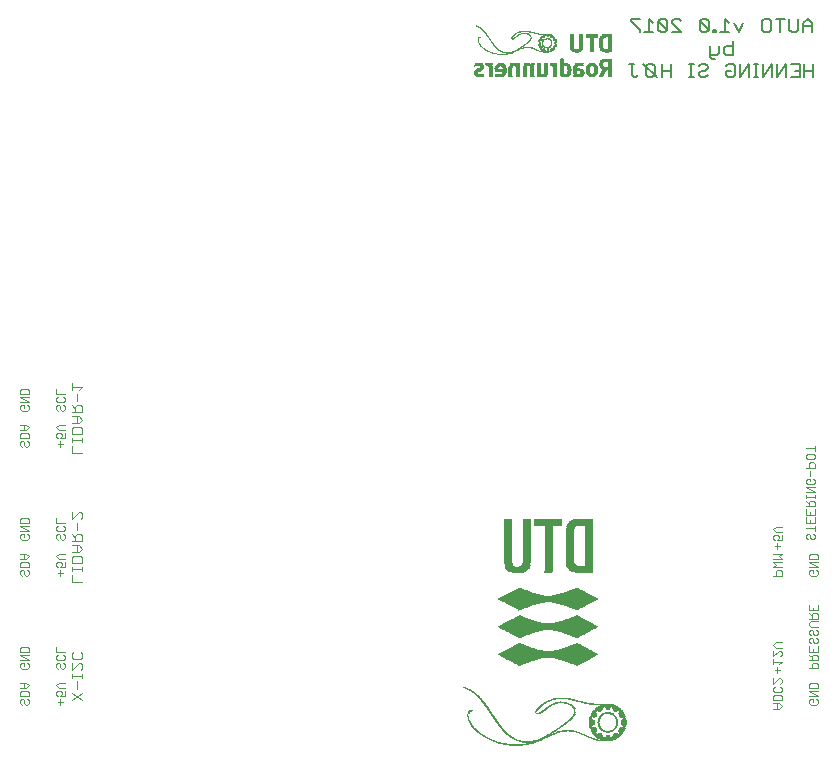
<source format=gbo>
G75*
%MOIN*%
%OFA0B0*%
%FSLAX25Y25*%
%IPPOS*%
%LPD*%
%AMOC8*
5,1,8,0,0,1.08239X$1,22.5*
%
%ADD10C,0.00300*%
%ADD11C,0.00400*%
%ADD12C,0.00500*%
%ADD13R,0.00091X0.00091*%
%ADD14R,0.00543X0.00091*%
%ADD15R,0.00906X0.00091*%
%ADD16R,0.01358X0.00091*%
%ADD17R,0.01720X0.00091*%
%ADD18R,0.02173X0.00091*%
%ADD19R,0.02445X0.00091*%
%ADD20R,0.02898X0.00091*%
%ADD21R,0.03350X0.00091*%
%ADD22R,0.03713X0.00091*%
%ADD23R,0.04165X0.00091*%
%ADD24R,0.04618X0.00091*%
%ADD25R,0.05071X0.00091*%
%ADD26R,0.05433X0.00091*%
%ADD27R,0.05886X0.00091*%
%ADD28R,0.06339X0.00091*%
%ADD29R,0.06791X0.00091*%
%ADD30R,0.07154X0.00091*%
%ADD31R,0.07516X0.00091*%
%ADD32R,0.07969X0.00091*%
%ADD33R,0.08421X0.00091*%
%ADD34R,0.08965X0.00091*%
%ADD35R,0.09417X0.00091*%
%ADD36R,0.09870X0.00091*%
%ADD37R,0.10413X0.00091*%
%ADD38R,0.10957X0.00091*%
%ADD39R,0.11591X0.00091*%
%ADD40R,0.12134X0.00091*%
%ADD41R,0.12768X0.00091*%
%ADD42R,0.12858X0.00091*%
%ADD43R,0.13764X0.00091*%
%ADD44R,0.29610X0.00091*%
%ADD45R,0.29972X0.00091*%
%ADD46R,0.30335X0.00091*%
%ADD47R,0.30697X0.00091*%
%ADD48R,0.31059X0.00091*%
%ADD49R,0.31421X0.00091*%
%ADD50R,0.31783X0.00091*%
%ADD51R,0.32055X0.00091*%
%ADD52R,0.32327X0.00091*%
%ADD53R,0.32689X0.00091*%
%ADD54R,0.33051X0.00091*%
%ADD55R,0.33232X0.00091*%
%ADD56R,0.31965X0.00091*%
%ADD57R,0.31602X0.00091*%
%ADD58R,0.31240X0.00091*%
%ADD59R,0.30878X0.00091*%
%ADD60R,0.30516X0.00091*%
%ADD61R,0.30154X0.00091*%
%ADD62R,0.29791X0.00091*%
%ADD63R,0.29429X0.00091*%
%ADD64R,0.13220X0.00091*%
%ADD65R,0.13311X0.00091*%
%ADD66R,0.12496X0.00091*%
%ADD67R,0.11862X0.00091*%
%ADD68R,0.11319X0.00091*%
%ADD69R,0.11228X0.00091*%
%ADD70R,0.10776X0.00091*%
%ADD71R,0.10685X0.00091*%
%ADD72R,0.10232X0.00091*%
%ADD73R,0.09689X0.00091*%
%ADD74R,0.09236X0.00091*%
%ADD75R,0.08693X0.00091*%
%ADD76R,0.08240X0.00091*%
%ADD77R,0.07787X0.00091*%
%ADD78R,0.07335X0.00091*%
%ADD79R,0.06972X0.00091*%
%ADD80R,0.06520X0.00091*%
%ADD81R,0.06157X0.00091*%
%ADD82R,0.06067X0.00091*%
%ADD83R,0.05705X0.00091*%
%ADD84R,0.05252X0.00091*%
%ADD85R,0.04799X0.00091*%
%ADD86R,0.04437X0.00091*%
%ADD87R,0.03984X0.00091*%
%ADD88R,0.03531X0.00091*%
%ADD89R,0.03622X0.00091*%
%ADD90R,0.03260X0.00091*%
%ADD91R,0.02807X0.00091*%
%ADD92R,0.02354X0.00091*%
%ADD93R,0.01992X0.00091*%
%ADD94R,0.01539X0.00091*%
%ADD95R,0.01087X0.00091*%
%ADD96R,0.00724X0.00091*%
%ADD97R,0.00272X0.00091*%
%ADD98R,0.00453X0.00091*%
%ADD99R,0.01268X0.00091*%
%ADD100R,0.02083X0.00091*%
%ADD101R,0.06610X0.00091*%
%ADD102R,0.07063X0.00091*%
%ADD103R,0.08874X0.00091*%
%ADD104R,0.11500X0.00091*%
%ADD105R,0.12043X0.00091*%
%ADD106R,0.13673X0.00091*%
%ADD107R,0.32146X0.00091*%
%ADD108R,0.29520X0.00091*%
%ADD109R,0.12587X0.00091*%
%ADD110R,0.07425X0.00091*%
%ADD111R,0.04890X0.00091*%
%ADD112R,0.01177X0.00091*%
%ADD113R,0.00362X0.00091*%
%ADD114R,0.01630X0.00091*%
%ADD115R,0.04980X0.00091*%
%ADD116R,0.11409X0.00091*%
%ADD117R,0.12677X0.00091*%
%ADD118R,0.13583X0.00091*%
%ADD119R,0.29882X0.00091*%
%ADD120R,0.13402X0.00091*%
%ADD121R,0.11953X0.00091*%
%ADD122R,0.08783X0.00091*%
%ADD123R,0.07878X0.00091*%
%ADD124R,0.04075X0.00091*%
%ADD125R,0.02717X0.00091*%
%ADD126R,0.04256X0.00091*%
%ADD127R,0.06429X0.00091*%
%ADD128R,0.04709X0.00091*%
%ADD129R,0.02988X0.00091*%
%ADD130R,0.07244X0.00091*%
%ADD131R,0.05795X0.00091*%
%ADD132R,0.05976X0.00091*%
%ADD133R,0.06248X0.00091*%
%ADD134R,0.07697X0.00091*%
%ADD135R,0.06701X0.00091*%
%ADD136R,0.06882X0.00091*%
%ADD137R,0.08059X0.00091*%
%ADD138R,0.08150X0.00091*%
%ADD139R,0.08331X0.00091*%
%ADD140R,0.08512X0.00091*%
%ADD141R,0.08602X0.00091*%
%ADD142R,0.03169X0.00091*%
%ADD143R,0.03079X0.00091*%
%ADD144R,0.03441X0.00091*%
%ADD145R,0.09055X0.00091*%
%ADD146R,0.07606X0.00091*%
%ADD147R,0.02626X0.00091*%
%ADD148R,0.05343X0.00091*%
%ADD149R,0.04800X0.00100*%
%ADD150R,0.06400X0.00100*%
%ADD151R,0.02400X0.00100*%
%ADD152R,0.02800X0.00100*%
%ADD153R,0.01900X0.00100*%
%ADD154R,0.02000X0.00100*%
%ADD155R,0.01600X0.00100*%
%ADD156R,0.01700X0.00100*%
%ADD157R,0.01400X0.00100*%
%ADD158R,0.01500X0.00100*%
%ADD159R,0.01200X0.00100*%
%ADD160R,0.01100X0.00100*%
%ADD161R,0.01000X0.00100*%
%ADD162R,0.03200X0.00100*%
%ADD163R,0.00900X0.00100*%
%ADD164R,0.00800X0.00100*%
%ADD165R,0.04200X0.00100*%
%ADD166R,0.01300X0.00100*%
%ADD167R,0.02900X0.00100*%
%ADD168R,0.04300X0.00100*%
%ADD169R,0.05200X0.00100*%
%ADD170R,0.00700X0.00100*%
%ADD171R,0.03900X0.00100*%
%ADD172R,0.01800X0.00100*%
%ADD173R,0.04400X0.00100*%
%ADD174R,0.04900X0.00100*%
%ADD175R,0.05400X0.00100*%
%ADD176R,0.05800X0.00100*%
%ADD177R,0.00600X0.00100*%
%ADD178R,0.06200X0.00100*%
%ADD179R,0.06500X0.00100*%
%ADD180R,0.02300X0.00100*%
%ADD181R,0.02500X0.00100*%
%ADD182R,0.02200X0.00100*%
%ADD183R,0.00500X0.00100*%
%ADD184R,0.02600X0.00100*%
%ADD185R,0.02700X0.00100*%
%ADD186R,0.00200X0.00100*%
%ADD187R,0.00400X0.00100*%
%ADD188R,0.02100X0.00100*%
%ADD189R,0.03800X0.00100*%
%ADD190R,0.00300X0.00100*%
%ADD191R,0.03400X0.00100*%
%ADD192R,0.03000X0.00100*%
%ADD193R,0.06600X0.00100*%
%ADD194R,0.06300X0.00100*%
%ADD195R,0.06000X0.00100*%
%ADD196R,0.05600X0.00100*%
%ADD197R,0.04600X0.00100*%
%ADD198R,0.06900X0.00100*%
%ADD199R,0.03100X0.00100*%
%ADD200R,0.05100X0.00100*%
%ADD201R,0.04000X0.00100*%
%ADD202R,0.00827X0.00059*%
%ADD203R,0.00709X0.00059*%
%ADD204R,0.01063X0.00059*%
%ADD205R,0.01240X0.00059*%
%ADD206R,0.00945X0.00059*%
%ADD207R,0.01122X0.00059*%
%ADD208R,0.01299X0.00059*%
%ADD209R,0.01713X0.00059*%
%ADD210R,0.00886X0.00059*%
%ADD211R,0.01181X0.00059*%
%ADD212R,0.01890X0.00059*%
%ADD213R,0.01772X0.00059*%
%ADD214R,0.01654X0.00059*%
%ADD215R,0.01476X0.00059*%
%ADD216R,0.02244X0.00059*%
%ADD217R,0.01004X0.00059*%
%ADD218R,0.02362X0.00059*%
%ADD219R,0.02598X0.00059*%
%ADD220R,0.02480X0.00059*%
%ADD221R,0.02126X0.00059*%
%ADD222R,0.02835X0.00059*%
%ADD223R,0.01949X0.00059*%
%ADD224R,0.02717X0.00059*%
%ADD225R,0.02303X0.00059*%
%ADD226R,0.03130X0.00059*%
%ADD227R,0.02953X0.00059*%
%ADD228R,0.02067X0.00059*%
%ADD229R,0.02421X0.00059*%
%ADD230R,0.03071X0.00059*%
%ADD231R,0.03307X0.00059*%
%ADD232R,0.02894X0.00059*%
%ADD233R,0.02776X0.00059*%
%ADD234R,0.03189X0.00059*%
%ADD235R,0.03366X0.00059*%
%ADD236R,0.03012X0.00059*%
%ADD237R,0.03248X0.00059*%
%ADD238R,0.03425X0.00059*%
%ADD239R,0.03484X0.00059*%
%ADD240R,0.03543X0.00059*%
%ADD241R,0.01358X0.00059*%
%ADD242R,0.01594X0.00059*%
%ADD243R,0.01535X0.00059*%
%ADD244R,0.00413X0.00059*%
%ADD245R,0.01417X0.00059*%
%ADD246R,0.00177X0.00059*%
%ADD247R,0.03720X0.00059*%
%ADD248R,0.03780X0.00059*%
%ADD249R,0.01831X0.00059*%
%ADD250R,0.00118X0.00059*%
%ADD251R,0.02657X0.00059*%
%ADD252R,0.03602X0.00059*%
%ADD253R,0.03661X0.00059*%
%ADD254R,0.03839X0.00059*%
%ADD255R,0.00768X0.00059*%
%ADD256R,0.02539X0.00059*%
%ADD257R,0.02185X0.00059*%
%ADD258R,0.02008X0.00059*%
%ADD259R,0.00650X0.00059*%
%ADD260R,0.00354X0.00059*%
%ADD261R,0.00472X0.00059*%
%ADD262R,0.00295X0.00059*%
%ADD263R,0.00591X0.00059*%
%ADD264R,0.00531X0.00059*%
%ADD265R,0.00236X0.00059*%
%ADD266R,0.00059X0.00059*%
%ADD267R,0.04075X0.00059*%
%ADD268R,0.04193X0.00059*%
%ADD269R,0.03957X0.00059*%
D10*
X0052600Y0069006D02*
X0052150Y0069457D01*
X0052150Y0070358D01*
X0052600Y0070808D01*
X0053051Y0070808D01*
X0053501Y0070358D01*
X0053501Y0069457D01*
X0053952Y0069006D01*
X0054402Y0069006D01*
X0054852Y0069457D01*
X0054852Y0070358D01*
X0054402Y0070808D01*
X0054852Y0071769D02*
X0054852Y0073120D01*
X0054402Y0073570D01*
X0052600Y0073570D01*
X0052150Y0073120D01*
X0052150Y0071769D01*
X0054852Y0071769D01*
X0053952Y0074531D02*
X0052150Y0074531D01*
X0053501Y0074531D02*
X0053501Y0076333D01*
X0053952Y0076333D02*
X0052150Y0076333D01*
X0053952Y0076333D02*
X0054852Y0075432D01*
X0053952Y0074531D01*
X0054402Y0081006D02*
X0052600Y0081006D01*
X0052150Y0081457D01*
X0052150Y0082358D01*
X0052600Y0082808D01*
X0053501Y0082808D01*
X0053501Y0081907D01*
X0054402Y0081006D02*
X0054852Y0081457D01*
X0054852Y0082358D01*
X0054402Y0082808D01*
X0054852Y0083769D02*
X0052150Y0085570D01*
X0054852Y0085570D01*
X0054852Y0086531D02*
X0054852Y0087882D01*
X0054402Y0088333D01*
X0052600Y0088333D01*
X0052150Y0087882D01*
X0052150Y0086531D01*
X0054852Y0086531D01*
X0054852Y0083769D02*
X0052150Y0083769D01*
X0064150Y0084219D02*
X0064150Y0085120D01*
X0064600Y0085570D01*
X0064150Y0086531D02*
X0066852Y0086531D01*
X0066402Y0085570D02*
X0066852Y0085120D01*
X0066852Y0084219D01*
X0066402Y0083769D01*
X0064600Y0083769D01*
X0064150Y0084219D01*
X0064600Y0082808D02*
X0064150Y0082358D01*
X0064150Y0081457D01*
X0064600Y0081006D01*
X0065501Y0081457D02*
X0065501Y0082358D01*
X0065051Y0082808D01*
X0064600Y0082808D01*
X0065501Y0081457D02*
X0065952Y0081006D01*
X0066402Y0081006D01*
X0066852Y0081457D01*
X0066852Y0082358D01*
X0066402Y0082808D01*
X0064150Y0086531D02*
X0064150Y0088333D01*
X0065051Y0076333D02*
X0064150Y0075432D01*
X0065051Y0074531D01*
X0066852Y0074531D01*
X0066852Y0073570D02*
X0066852Y0071769D01*
X0065501Y0071769D01*
X0065952Y0072670D01*
X0065952Y0073120D01*
X0065501Y0073570D01*
X0064600Y0073570D01*
X0064150Y0073120D01*
X0064150Y0072219D01*
X0064600Y0071769D01*
X0065501Y0070808D02*
X0065501Y0069006D01*
X0066402Y0069907D02*
X0064600Y0069907D01*
X0065051Y0076333D02*
X0066852Y0076333D01*
X0065501Y0112006D02*
X0065501Y0113808D01*
X0065501Y0114769D02*
X0065952Y0115670D01*
X0065952Y0116120D01*
X0065501Y0116570D01*
X0064600Y0116570D01*
X0064150Y0116120D01*
X0064150Y0115219D01*
X0064600Y0114769D01*
X0065501Y0114769D02*
X0066852Y0114769D01*
X0066852Y0116570D01*
X0066852Y0117531D02*
X0065051Y0117531D01*
X0064150Y0118432D01*
X0065051Y0119333D01*
X0066852Y0119333D01*
X0066402Y0124006D02*
X0065952Y0124006D01*
X0065501Y0124457D01*
X0065501Y0125358D01*
X0065051Y0125808D01*
X0064600Y0125808D01*
X0064150Y0125358D01*
X0064150Y0124457D01*
X0064600Y0124006D01*
X0066402Y0124006D02*
X0066852Y0124457D01*
X0066852Y0125358D01*
X0066402Y0125808D01*
X0066402Y0126769D02*
X0064600Y0126769D01*
X0064150Y0127219D01*
X0064150Y0128120D01*
X0064600Y0128570D01*
X0064150Y0129531D02*
X0066852Y0129531D01*
X0066402Y0128570D02*
X0066852Y0128120D01*
X0066852Y0127219D01*
X0066402Y0126769D01*
X0064150Y0129531D02*
X0064150Y0131333D01*
X0054852Y0130882D02*
X0054852Y0129531D01*
X0052150Y0129531D01*
X0052150Y0130882D01*
X0052600Y0131333D01*
X0054402Y0131333D01*
X0054852Y0130882D01*
X0054852Y0128570D02*
X0052150Y0128570D01*
X0054852Y0126769D01*
X0052150Y0126769D01*
X0052600Y0125808D02*
X0053501Y0125808D01*
X0053501Y0124907D01*
X0052600Y0124006D02*
X0052150Y0124457D01*
X0052150Y0125358D01*
X0052600Y0125808D01*
X0052600Y0124006D02*
X0054402Y0124006D01*
X0054852Y0124457D01*
X0054852Y0125358D01*
X0054402Y0125808D01*
X0053952Y0119333D02*
X0052150Y0119333D01*
X0053501Y0119333D02*
X0053501Y0117531D01*
X0053952Y0117531D02*
X0054852Y0118432D01*
X0053952Y0119333D01*
X0053952Y0117531D02*
X0052150Y0117531D01*
X0052600Y0116570D02*
X0054402Y0116570D01*
X0054852Y0116120D01*
X0054852Y0114769D01*
X0052150Y0114769D01*
X0052150Y0116120D01*
X0052600Y0116570D01*
X0052600Y0113808D02*
X0052150Y0113358D01*
X0052150Y0112457D01*
X0052600Y0112006D01*
X0053501Y0112457D02*
X0053501Y0113358D01*
X0053051Y0113808D01*
X0052600Y0113808D01*
X0053501Y0112457D02*
X0053952Y0112006D01*
X0054402Y0112006D01*
X0054852Y0112457D01*
X0054852Y0113358D01*
X0054402Y0113808D01*
X0064600Y0112907D02*
X0066402Y0112907D01*
X0065501Y0155006D02*
X0065501Y0156808D01*
X0065501Y0157769D02*
X0065952Y0158670D01*
X0065952Y0159120D01*
X0065501Y0159570D01*
X0064600Y0159570D01*
X0064150Y0159120D01*
X0064150Y0158219D01*
X0064600Y0157769D01*
X0065501Y0157769D02*
X0066852Y0157769D01*
X0066852Y0159570D01*
X0066852Y0160531D02*
X0065051Y0160531D01*
X0064150Y0161432D01*
X0065051Y0162333D01*
X0066852Y0162333D01*
X0066402Y0167006D02*
X0065952Y0167006D01*
X0065501Y0167457D01*
X0065501Y0168358D01*
X0065051Y0168808D01*
X0064600Y0168808D01*
X0064150Y0168358D01*
X0064150Y0167457D01*
X0064600Y0167006D01*
X0066402Y0167006D02*
X0066852Y0167457D01*
X0066852Y0168358D01*
X0066402Y0168808D01*
X0066402Y0169769D02*
X0064600Y0169769D01*
X0064150Y0170219D01*
X0064150Y0171120D01*
X0064600Y0171570D01*
X0064150Y0172531D02*
X0066852Y0172531D01*
X0066402Y0171570D02*
X0066852Y0171120D01*
X0066852Y0170219D01*
X0066402Y0169769D01*
X0064150Y0172531D02*
X0064150Y0174333D01*
X0054852Y0173882D02*
X0054852Y0172531D01*
X0052150Y0172531D01*
X0052150Y0173882D01*
X0052600Y0174333D01*
X0054402Y0174333D01*
X0054852Y0173882D01*
X0054852Y0171570D02*
X0052150Y0171570D01*
X0054852Y0169769D01*
X0052150Y0169769D01*
X0052600Y0168808D02*
X0053501Y0168808D01*
X0053501Y0167907D01*
X0052600Y0167006D02*
X0052150Y0167457D01*
X0052150Y0168358D01*
X0052600Y0168808D01*
X0052600Y0167006D02*
X0054402Y0167006D01*
X0054852Y0167457D01*
X0054852Y0168358D01*
X0054402Y0168808D01*
X0053952Y0162333D02*
X0052150Y0162333D01*
X0053501Y0162333D02*
X0053501Y0160531D01*
X0053952Y0160531D02*
X0054852Y0161432D01*
X0053952Y0162333D01*
X0053952Y0160531D02*
X0052150Y0160531D01*
X0052600Y0159570D02*
X0054402Y0159570D01*
X0054852Y0159120D01*
X0054852Y0157769D01*
X0052150Y0157769D01*
X0052150Y0159120D01*
X0052600Y0159570D01*
X0052600Y0156808D02*
X0052150Y0156358D01*
X0052150Y0155457D01*
X0052600Y0155006D01*
X0053501Y0155457D02*
X0053501Y0156358D01*
X0053051Y0156808D01*
X0052600Y0156808D01*
X0053501Y0155457D02*
X0053952Y0155006D01*
X0054402Y0155006D01*
X0054852Y0155457D01*
X0054852Y0156358D01*
X0054402Y0156808D01*
X0064600Y0155907D02*
X0066402Y0155907D01*
X0303150Y0127432D02*
X0304051Y0128333D01*
X0305852Y0128333D01*
X0305852Y0126531D02*
X0304051Y0126531D01*
X0303150Y0127432D01*
X0303600Y0125570D02*
X0303150Y0125120D01*
X0303150Y0124219D01*
X0303600Y0123769D01*
X0304501Y0123769D02*
X0304952Y0124670D01*
X0304952Y0125120D01*
X0304501Y0125570D01*
X0303600Y0125570D01*
X0304501Y0123769D02*
X0305852Y0123769D01*
X0305852Y0125570D01*
X0304501Y0122808D02*
X0304501Y0121006D01*
X0305402Y0121907D02*
X0303600Y0121907D01*
X0303150Y0119333D02*
X0305852Y0119333D01*
X0304952Y0118432D01*
X0305852Y0117531D01*
X0303150Y0117531D01*
X0303150Y0116570D02*
X0305852Y0116570D01*
X0305852Y0114769D02*
X0303150Y0114769D01*
X0304051Y0115670D01*
X0303150Y0116570D01*
X0304501Y0113808D02*
X0304051Y0113358D01*
X0304051Y0112006D01*
X0303150Y0112006D02*
X0305852Y0112006D01*
X0305852Y0113358D01*
X0305402Y0113808D01*
X0304501Y0113808D01*
X0315150Y0113358D02*
X0315600Y0113808D01*
X0316501Y0113808D01*
X0316501Y0112907D01*
X0315600Y0112006D02*
X0315150Y0112457D01*
X0315150Y0113358D01*
X0315150Y0114769D02*
X0317852Y0114769D01*
X0315150Y0116570D01*
X0317852Y0116570D01*
X0317852Y0117531D02*
X0317852Y0118882D01*
X0317402Y0119333D01*
X0315600Y0119333D01*
X0315150Y0118882D01*
X0315150Y0117531D01*
X0317852Y0117531D01*
X0317402Y0113808D02*
X0317852Y0113358D01*
X0317852Y0112457D01*
X0317402Y0112006D01*
X0315600Y0112006D01*
X0315150Y0102239D02*
X0315150Y0100437D01*
X0317852Y0100437D01*
X0317852Y0102239D01*
X0316501Y0101338D02*
X0316501Y0100437D01*
X0316501Y0099476D02*
X0316051Y0099026D01*
X0316051Y0097675D01*
X0316051Y0098575D02*
X0315150Y0099476D01*
X0316501Y0099476D02*
X0317402Y0099476D01*
X0317852Y0099026D01*
X0317852Y0097675D01*
X0315150Y0097675D01*
X0315600Y0096714D02*
X0315150Y0096263D01*
X0315150Y0095363D01*
X0315600Y0094912D01*
X0317852Y0094912D01*
X0317402Y0093952D02*
X0317852Y0093501D01*
X0317852Y0092600D01*
X0317402Y0092150D01*
X0316952Y0092150D01*
X0316501Y0092600D01*
X0316501Y0093501D01*
X0316051Y0093952D01*
X0315600Y0093952D01*
X0315150Y0093501D01*
X0315150Y0092600D01*
X0315600Y0092150D01*
X0315600Y0091189D02*
X0315150Y0090739D01*
X0315150Y0089838D01*
X0315600Y0089388D01*
X0316501Y0089838D02*
X0316501Y0090739D01*
X0316051Y0091189D01*
X0315600Y0091189D01*
X0316501Y0089838D02*
X0316952Y0089388D01*
X0317402Y0089388D01*
X0317852Y0089838D01*
X0317852Y0090739D01*
X0317402Y0091189D01*
X0317852Y0088427D02*
X0317852Y0086625D01*
X0315150Y0086625D01*
X0315150Y0088427D01*
X0316501Y0087526D02*
X0316501Y0086625D01*
X0316501Y0085664D02*
X0316051Y0085214D01*
X0316051Y0083863D01*
X0316051Y0084764D02*
X0315150Y0085664D01*
X0316501Y0085664D02*
X0317402Y0085664D01*
X0317852Y0085214D01*
X0317852Y0083863D01*
X0315150Y0083863D01*
X0316501Y0082902D02*
X0316051Y0082452D01*
X0316051Y0081101D01*
X0315150Y0081101D02*
X0317852Y0081101D01*
X0317852Y0082452D01*
X0317402Y0082902D01*
X0316501Y0082902D01*
X0315600Y0076333D02*
X0315150Y0075882D01*
X0315150Y0074531D01*
X0317852Y0074531D01*
X0317852Y0075882D01*
X0317402Y0076333D01*
X0315600Y0076333D01*
X0315150Y0073570D02*
X0317852Y0073570D01*
X0317852Y0071769D02*
X0315150Y0071769D01*
X0315600Y0070808D02*
X0315150Y0070358D01*
X0315150Y0069457D01*
X0315600Y0069006D01*
X0317402Y0069006D01*
X0317852Y0069457D01*
X0317852Y0070358D01*
X0317402Y0070808D01*
X0316501Y0070808D02*
X0316501Y0069907D01*
X0316501Y0070808D02*
X0315600Y0070808D01*
X0317852Y0071769D02*
X0315150Y0073570D01*
X0305852Y0073600D02*
X0305402Y0073150D01*
X0303600Y0073150D01*
X0303150Y0073600D01*
X0303150Y0074501D01*
X0303600Y0074952D01*
X0303150Y0075912D02*
X0304952Y0077714D01*
X0305402Y0077714D01*
X0305852Y0077263D01*
X0305852Y0076363D01*
X0305402Y0075912D01*
X0305402Y0074952D02*
X0305852Y0074501D01*
X0305852Y0073600D01*
X0305402Y0072189D02*
X0305852Y0071739D01*
X0305852Y0070388D01*
X0303150Y0070388D01*
X0303150Y0071739D01*
X0303600Y0072189D01*
X0305402Y0072189D01*
X0304952Y0069427D02*
X0303150Y0069427D01*
X0304501Y0069427D02*
X0304501Y0067625D01*
X0304952Y0067625D02*
X0305852Y0068526D01*
X0304952Y0069427D01*
X0304952Y0067625D02*
X0303150Y0067625D01*
X0303150Y0075912D02*
X0303150Y0077714D01*
X0304501Y0079625D02*
X0304501Y0081427D01*
X0304952Y0082388D02*
X0305852Y0083288D01*
X0303150Y0083288D01*
X0303150Y0082388D02*
X0303150Y0084189D01*
X0303150Y0085150D02*
X0304952Y0086952D01*
X0305402Y0086952D01*
X0305852Y0086501D01*
X0305852Y0085600D01*
X0305402Y0085150D01*
X0303150Y0085150D02*
X0303150Y0086952D01*
X0304051Y0087912D02*
X0303150Y0088813D01*
X0304051Y0089714D01*
X0305852Y0089714D01*
X0305852Y0087912D02*
X0304051Y0087912D01*
X0303600Y0080526D02*
X0305402Y0080526D01*
X0315600Y0096714D02*
X0317852Y0096714D01*
X0316402Y0124036D02*
X0315952Y0124036D01*
X0315501Y0124487D01*
X0315501Y0125387D01*
X0315051Y0125838D01*
X0314600Y0125838D01*
X0314150Y0125387D01*
X0314150Y0124487D01*
X0314600Y0124036D01*
X0316402Y0124036D02*
X0316852Y0124487D01*
X0316852Y0125387D01*
X0316402Y0125838D01*
X0316852Y0126799D02*
X0316852Y0128600D01*
X0316852Y0127699D02*
X0314150Y0127699D01*
X0314150Y0129561D02*
X0314150Y0131362D01*
X0314150Y0132323D02*
X0314150Y0134125D01*
X0314150Y0135086D02*
X0316852Y0135086D01*
X0316852Y0136437D01*
X0316402Y0136887D01*
X0315501Y0136887D01*
X0315051Y0136437D01*
X0315051Y0135086D01*
X0315051Y0135986D02*
X0314150Y0136887D01*
X0314150Y0137848D02*
X0314150Y0138749D01*
X0314150Y0138298D02*
X0316852Y0138298D01*
X0316852Y0137848D02*
X0316852Y0138749D01*
X0316852Y0139690D02*
X0314150Y0141491D01*
X0316852Y0141491D01*
X0316402Y0142452D02*
X0314600Y0142452D01*
X0314150Y0142902D01*
X0314150Y0143803D01*
X0314600Y0144253D01*
X0315501Y0144253D01*
X0315501Y0143353D01*
X0316402Y0144253D02*
X0316852Y0143803D01*
X0316852Y0142902D01*
X0316402Y0142452D01*
X0316852Y0139690D02*
X0314150Y0139690D01*
X0315501Y0145214D02*
X0315501Y0147016D01*
X0315051Y0147977D02*
X0315051Y0149328D01*
X0315501Y0149778D01*
X0316402Y0149778D01*
X0316852Y0149328D01*
X0316852Y0147977D01*
X0314150Y0147977D01*
X0314600Y0150739D02*
X0314150Y0151189D01*
X0314150Y0152090D01*
X0314600Y0152541D01*
X0316402Y0152541D01*
X0316852Y0152090D01*
X0316852Y0151189D01*
X0316402Y0150739D01*
X0314600Y0150739D01*
X0316852Y0153501D02*
X0316852Y0155303D01*
X0316852Y0154402D02*
X0314150Y0154402D01*
X0316852Y0134125D02*
X0316852Y0132323D01*
X0314150Y0132323D01*
X0315501Y0132323D02*
X0315501Y0133224D01*
X0316852Y0131362D02*
X0316852Y0129561D01*
X0314150Y0129561D01*
X0315501Y0129561D02*
X0315501Y0130462D01*
D11*
X0072803Y0131395D02*
X0072203Y0130794D01*
X0072803Y0131395D02*
X0072803Y0132596D01*
X0072203Y0133196D01*
X0071602Y0133196D01*
X0069200Y0130794D01*
X0069200Y0133196D01*
X0071002Y0129513D02*
X0071002Y0127111D01*
X0071002Y0125830D02*
X0070401Y0125229D01*
X0070401Y0123428D01*
X0070401Y0124629D02*
X0069200Y0125830D01*
X0071002Y0125830D02*
X0072203Y0125830D01*
X0072803Y0125229D01*
X0072803Y0123428D01*
X0069200Y0123428D01*
X0069200Y0122147D02*
X0071602Y0122147D01*
X0072803Y0120946D01*
X0071602Y0119745D01*
X0069200Y0119745D01*
X0069801Y0118463D02*
X0072203Y0118463D01*
X0072803Y0117863D01*
X0072803Y0116061D01*
X0069200Y0116061D01*
X0069200Y0117863D01*
X0069801Y0118463D01*
X0071002Y0119745D02*
X0071002Y0122147D01*
X0072803Y0114807D02*
X0072803Y0113606D01*
X0072803Y0114206D02*
X0069200Y0114206D01*
X0069200Y0113606D02*
X0069200Y0114807D01*
X0069200Y0112325D02*
X0069200Y0109923D01*
X0072803Y0109923D01*
X0072203Y0086513D02*
X0072803Y0085912D01*
X0072803Y0084711D01*
X0072203Y0084111D01*
X0069801Y0084111D01*
X0069200Y0084711D01*
X0069200Y0085912D01*
X0069801Y0086513D01*
X0069200Y0082830D02*
X0069200Y0080428D01*
X0071602Y0082830D01*
X0072203Y0082830D01*
X0072803Y0082229D01*
X0072803Y0081028D01*
X0072203Y0080428D01*
X0072803Y0079173D02*
X0072803Y0077972D01*
X0072803Y0078573D02*
X0069200Y0078573D01*
X0069200Y0079173D02*
X0069200Y0077972D01*
X0071002Y0076691D02*
X0071002Y0074289D01*
X0072803Y0073008D02*
X0069200Y0070606D01*
X0069200Y0073008D02*
X0072803Y0070606D01*
X0072803Y0152923D02*
X0069200Y0152923D01*
X0069200Y0155325D01*
X0069200Y0156606D02*
X0069200Y0157807D01*
X0069200Y0157206D02*
X0072803Y0157206D01*
X0072803Y0156606D02*
X0072803Y0157807D01*
X0072803Y0159061D02*
X0072803Y0160863D01*
X0072203Y0161463D01*
X0069801Y0161463D01*
X0069200Y0160863D01*
X0069200Y0159061D01*
X0072803Y0159061D01*
X0071602Y0162745D02*
X0072803Y0163946D01*
X0071602Y0165147D01*
X0069200Y0165147D01*
X0069200Y0166428D02*
X0072803Y0166428D01*
X0072803Y0168229D01*
X0072203Y0168830D01*
X0071002Y0168830D01*
X0070401Y0168229D01*
X0070401Y0166428D01*
X0070401Y0167629D02*
X0069200Y0168830D01*
X0071002Y0170111D02*
X0071002Y0172513D01*
X0071602Y0173794D02*
X0072803Y0174995D01*
X0069200Y0174995D01*
X0069200Y0173794D02*
X0069200Y0176196D01*
X0071002Y0165147D02*
X0071002Y0162745D01*
X0071602Y0162745D02*
X0069200Y0162745D01*
D12*
X0255925Y0278835D02*
X0256676Y0278085D01*
X0257427Y0278085D01*
X0258177Y0278835D01*
X0255925Y0278835D02*
X0255925Y0282588D01*
X0255175Y0282588D02*
X0256676Y0282588D01*
X0259812Y0282588D02*
X0264316Y0278085D01*
X0263565Y0278835D02*
X0262815Y0278085D01*
X0261313Y0278085D01*
X0260563Y0278835D01*
X0260563Y0281838D01*
X0261313Y0282588D01*
X0262815Y0282588D01*
X0263565Y0281838D01*
X0263565Y0278835D01*
X0265917Y0278085D02*
X0265917Y0282588D01*
X0265917Y0280337D02*
X0268920Y0280337D01*
X0268920Y0282588D02*
X0268920Y0278085D01*
X0275092Y0278085D02*
X0276593Y0278085D01*
X0275842Y0278085D02*
X0275842Y0282588D01*
X0275092Y0282588D02*
X0276593Y0282588D01*
X0278194Y0281838D02*
X0278945Y0282588D01*
X0280446Y0282588D01*
X0281197Y0281838D01*
X0281197Y0281087D01*
X0280446Y0280337D01*
X0278945Y0280337D01*
X0278194Y0279586D01*
X0278194Y0278835D01*
X0278945Y0278085D01*
X0280446Y0278085D01*
X0281197Y0278835D01*
X0282782Y0284083D02*
X0283532Y0284083D01*
X0282782Y0284083D02*
X0282031Y0284834D01*
X0282031Y0288587D01*
X0282031Y0285585D02*
X0284283Y0285585D01*
X0285033Y0286335D01*
X0285033Y0288587D01*
X0286635Y0287837D02*
X0287385Y0288587D01*
X0289637Y0288587D01*
X0289637Y0290088D02*
X0289637Y0285585D01*
X0287385Y0285585D01*
X0286635Y0286335D01*
X0286635Y0287837D01*
X0288153Y0282588D02*
X0289654Y0282588D01*
X0290405Y0281838D01*
X0290405Y0278835D01*
X0289654Y0278085D01*
X0288153Y0278085D01*
X0287402Y0278835D01*
X0287402Y0280337D01*
X0288903Y0280337D01*
X0287402Y0281838D02*
X0288153Y0282588D01*
X0292006Y0282588D02*
X0292006Y0278085D01*
X0295009Y0282588D01*
X0295009Y0278085D01*
X0296577Y0278085D02*
X0298078Y0278085D01*
X0297327Y0278085D02*
X0297327Y0282588D01*
X0296577Y0282588D02*
X0298078Y0282588D01*
X0299679Y0282588D02*
X0299679Y0278085D01*
X0302682Y0282588D01*
X0302682Y0278085D01*
X0304283Y0278085D02*
X0304283Y0282588D01*
X0307286Y0282588D02*
X0304283Y0278085D01*
X0307286Y0278085D02*
X0307286Y0282588D01*
X0308887Y0282588D02*
X0311890Y0282588D01*
X0311890Y0278085D01*
X0308887Y0278085D01*
X0310388Y0280337D02*
X0311890Y0280337D01*
X0313491Y0280337D02*
X0316494Y0280337D01*
X0316494Y0282588D02*
X0316494Y0278085D01*
X0313491Y0278085D02*
X0313491Y0282588D01*
X0313107Y0293085D02*
X0313107Y0296087D01*
X0314609Y0297588D01*
X0316110Y0296087D01*
X0316110Y0293085D01*
X0316110Y0295337D02*
X0313107Y0295337D01*
X0311506Y0293835D02*
X0310755Y0293085D01*
X0309254Y0293085D01*
X0308504Y0293835D01*
X0308504Y0297588D01*
X0306902Y0297588D02*
X0303900Y0297588D01*
X0305401Y0297588D02*
X0305401Y0293085D01*
X0302298Y0293835D02*
X0302298Y0296838D01*
X0301548Y0297588D01*
X0300046Y0297588D01*
X0299296Y0296838D01*
X0299296Y0293835D01*
X0300046Y0293085D01*
X0301548Y0293085D01*
X0302298Y0293835D01*
X0311506Y0293835D02*
X0311506Y0297588D01*
X0293090Y0296087D02*
X0291589Y0293085D01*
X0290088Y0296087D01*
X0288486Y0296087D02*
X0286985Y0297588D01*
X0286985Y0293085D01*
X0288486Y0293085D02*
X0285484Y0293085D01*
X0283883Y0293085D02*
X0283132Y0293085D01*
X0283132Y0293835D01*
X0283883Y0293835D01*
X0283883Y0293085D01*
X0281581Y0293835D02*
X0278578Y0296838D01*
X0278578Y0293835D01*
X0279329Y0293085D01*
X0280830Y0293085D01*
X0281581Y0293835D01*
X0281581Y0296838D01*
X0280830Y0297588D01*
X0279329Y0297588D01*
X0278578Y0296838D01*
X0272373Y0296838D02*
X0271622Y0297588D01*
X0270121Y0297588D01*
X0269370Y0296838D01*
X0269370Y0296087D01*
X0272373Y0293085D01*
X0269370Y0293085D01*
X0267769Y0293835D02*
X0264766Y0296838D01*
X0264766Y0293835D01*
X0265517Y0293085D01*
X0267018Y0293085D01*
X0267769Y0293835D01*
X0267769Y0296838D01*
X0267018Y0297588D01*
X0265517Y0297588D01*
X0264766Y0296838D01*
X0263165Y0296087D02*
X0261664Y0297588D01*
X0261664Y0293085D01*
X0263165Y0293085D02*
X0260162Y0293085D01*
X0258561Y0293085D02*
X0258561Y0293835D01*
X0255558Y0296838D01*
X0255558Y0297588D01*
X0258561Y0297588D01*
D13*
X0218492Y0100307D03*
X0218492Y0091071D03*
X0218492Y0081835D03*
X0237689Y0081835D03*
X0237689Y0091071D03*
D14*
X0237644Y0081925D03*
X0218537Y0081925D03*
D15*
X0218537Y0082016D03*
X0218537Y0091252D03*
X0218537Y0100488D03*
X0237644Y0100488D03*
X0237644Y0091252D03*
X0237644Y0082016D03*
D16*
X0237598Y0082106D03*
X0237598Y0091343D03*
X0218583Y0082106D03*
D17*
X0218583Y0082197D03*
X0218583Y0091433D03*
X0237598Y0091433D03*
X0237598Y0082197D03*
D18*
X0237553Y0082287D03*
X0218628Y0082287D03*
D19*
X0218673Y0082378D03*
X0218673Y0091614D03*
X0218673Y0100850D03*
X0218673Y0107189D03*
X0237508Y0107189D03*
X0237508Y0100850D03*
X0237508Y0091614D03*
X0237508Y0082378D03*
D20*
X0237463Y0082469D03*
X0237463Y0091705D03*
X0237463Y0100941D03*
X0228136Y0113075D03*
X0235470Y0115972D03*
X0235470Y0116063D03*
X0235561Y0115791D03*
X0235561Y0115701D03*
X0235380Y0116516D03*
X0235380Y0126929D03*
X0235470Y0127382D03*
X0235470Y0127472D03*
X0235470Y0127563D03*
X0235561Y0127654D03*
X0235561Y0127744D03*
X0220801Y0115701D03*
X0220801Y0115610D03*
X0220711Y0115429D03*
X0220711Y0115339D03*
X0217813Y0112803D03*
X0215006Y0115248D03*
X0215006Y0115339D03*
X0214915Y0115429D03*
X0218719Y0100941D03*
X0218719Y0091705D03*
X0218719Y0082469D03*
D21*
X0218764Y0082559D03*
X0218764Y0091795D03*
X0218764Y0101031D03*
X0220303Y0114795D03*
X0235969Y0128378D03*
X0237417Y0101031D03*
X0237417Y0091795D03*
X0237417Y0082559D03*
D22*
X0237417Y0082650D03*
X0237417Y0091886D03*
X0237417Y0097681D03*
X0237417Y0101122D03*
X0237417Y0106917D03*
X0236150Y0114976D03*
X0218764Y0101122D03*
X0218764Y0091886D03*
X0218764Y0082650D03*
D23*
X0218809Y0082740D03*
X0218809Y0091976D03*
X0218809Y0101213D03*
X0237372Y0101213D03*
X0237372Y0091976D03*
X0237372Y0082740D03*
D24*
X0237327Y0082831D03*
X0237327Y0092067D03*
X0237327Y0101303D03*
X0218854Y0101303D03*
X0218854Y0092067D03*
X0218854Y0082831D03*
D25*
X0218900Y0082921D03*
X0218900Y0092157D03*
X0237281Y0092157D03*
X0237281Y0082921D03*
X0217813Y0113165D03*
D26*
X0217813Y0113256D03*
X0218900Y0101484D03*
X0218900Y0092248D03*
X0218900Y0083012D03*
X0237281Y0083012D03*
X0237281Y0092248D03*
X0237281Y0101484D03*
D27*
X0237236Y0101575D03*
X0237236Y0092339D03*
X0237236Y0083102D03*
X0218945Y0083102D03*
X0218945Y0092339D03*
X0218945Y0101575D03*
X0239953Y0112984D03*
D28*
X0237191Y0092429D03*
X0237191Y0083193D03*
X0218990Y0083193D03*
X0218990Y0092429D03*
D29*
X0219035Y0083283D03*
X0237146Y0083283D03*
X0239591Y0113165D03*
D30*
X0239409Y0130189D03*
X0237055Y0083374D03*
X0219126Y0083374D03*
D31*
X0219126Y0083465D03*
X0219126Y0092701D03*
X0219126Y0101937D03*
X0217858Y0114161D03*
X0239228Y0113528D03*
X0237055Y0101937D03*
X0237055Y0092701D03*
X0237055Y0083465D03*
X0239228Y0130008D03*
D32*
X0239002Y0129646D03*
X0239002Y0113890D03*
X0237010Y0102028D03*
X0237010Y0092791D03*
X0237010Y0083555D03*
X0219171Y0083555D03*
X0219171Y0092791D03*
X0219171Y0102028D03*
X0217813Y0114524D03*
D33*
X0219217Y0102118D03*
X0219217Y0092882D03*
X0219217Y0083646D03*
X0236965Y0083646D03*
X0236965Y0092882D03*
X0236965Y0102118D03*
X0238776Y0114433D03*
X0238776Y0114524D03*
X0238776Y0129012D03*
D34*
X0228181Y0128559D03*
X0236874Y0102209D03*
X0236874Y0092972D03*
X0236874Y0083736D03*
X0219307Y0083736D03*
D35*
X0219352Y0083827D03*
X0219352Y0093063D03*
X0219352Y0102299D03*
X0236829Y0102299D03*
X0236829Y0093063D03*
X0236829Y0083827D03*
D36*
X0236783Y0083917D03*
X0236783Y0093154D03*
X0236783Y0102390D03*
X0219398Y0102390D03*
X0219398Y0093154D03*
X0219398Y0083917D03*
D37*
X0219488Y0084008D03*
X0219488Y0093244D03*
X0219488Y0102480D03*
X0236693Y0102480D03*
X0236693Y0093244D03*
X0236693Y0084008D03*
D38*
X0236602Y0084098D03*
X0236602Y0093335D03*
X0236602Y0102571D03*
X0219579Y0102571D03*
X0219579Y0093335D03*
X0219579Y0084098D03*
D39*
X0219715Y0084189D03*
X0236467Y0084189D03*
D40*
X0236376Y0084280D03*
X0219805Y0084280D03*
X0219805Y0093516D03*
D41*
X0220031Y0093606D03*
X0236150Y0093606D03*
X0236150Y0084370D03*
D42*
X0219986Y0084370D03*
D43*
X0220348Y0084461D03*
X0235833Y0084461D03*
D44*
X0228091Y0084551D03*
X0228091Y0093787D03*
X0228091Y0103024D03*
X0228091Y0105016D03*
D45*
X0228091Y0103114D03*
X0228091Y0093878D03*
X0228091Y0084642D03*
D46*
X0228091Y0084732D03*
X0228091Y0093969D03*
X0228091Y0103205D03*
D47*
X0228091Y0103295D03*
X0228091Y0094059D03*
X0228091Y0084823D03*
D48*
X0228091Y0084913D03*
X0228091Y0094150D03*
X0228091Y0103386D03*
D49*
X0228091Y0103476D03*
X0228091Y0094240D03*
X0228091Y0085004D03*
D50*
X0228091Y0085094D03*
X0228091Y0094331D03*
X0228091Y0103567D03*
D51*
X0228045Y0103657D03*
X0228045Y0085185D03*
D52*
X0228091Y0085276D03*
X0228091Y0085819D03*
X0228091Y0094512D03*
X0228091Y0095055D03*
X0228091Y0103748D03*
X0228091Y0104291D03*
D53*
X0228091Y0104201D03*
X0228091Y0103839D03*
X0228091Y0094965D03*
X0228091Y0094602D03*
X0228091Y0085728D03*
X0228091Y0085366D03*
D54*
X0228091Y0085457D03*
X0228091Y0085638D03*
X0228091Y0094693D03*
X0228091Y0094874D03*
X0228091Y0103929D03*
X0228091Y0104110D03*
D55*
X0228091Y0104020D03*
X0228091Y0094783D03*
X0228091Y0085547D03*
D56*
X0228091Y0085909D03*
X0228091Y0095146D03*
X0228091Y0104382D03*
D57*
X0228091Y0104472D03*
X0228091Y0095236D03*
X0228091Y0086000D03*
D58*
X0228091Y0086091D03*
X0228091Y0095327D03*
X0228091Y0104563D03*
D59*
X0228091Y0104654D03*
X0228091Y0095417D03*
X0228091Y0086181D03*
D60*
X0228091Y0086272D03*
X0228091Y0095508D03*
X0228091Y0104744D03*
D61*
X0228091Y0104835D03*
X0228091Y0095598D03*
X0228091Y0086362D03*
D62*
X0228091Y0086453D03*
X0228091Y0095689D03*
D63*
X0228091Y0086543D03*
D64*
X0236014Y0086634D03*
D65*
X0236059Y0095870D03*
X0220122Y0095870D03*
X0220122Y0086634D03*
D66*
X0219896Y0086724D03*
X0236285Y0086724D03*
D67*
X0236421Y0086815D03*
X0236421Y0096051D03*
X0219760Y0096051D03*
X0219760Y0086815D03*
D68*
X0219669Y0096142D03*
X0219669Y0105378D03*
X0236512Y0105378D03*
X0236512Y0096142D03*
X0236512Y0086906D03*
D69*
X0219624Y0086906D03*
D70*
X0219579Y0096232D03*
X0219579Y0105469D03*
X0236602Y0105469D03*
X0236602Y0096232D03*
X0236602Y0086996D03*
D71*
X0219533Y0086996D03*
D72*
X0219488Y0087087D03*
X0219488Y0096323D03*
X0219488Y0105559D03*
X0236693Y0105559D03*
X0236693Y0096323D03*
X0236693Y0087087D03*
D73*
X0236783Y0087177D03*
X0236783Y0096413D03*
X0236783Y0105650D03*
X0219398Y0105650D03*
X0219398Y0096413D03*
X0219398Y0087177D03*
D74*
X0219352Y0087268D03*
X0219352Y0096504D03*
X0219352Y0105740D03*
X0236829Y0105740D03*
X0236829Y0096504D03*
X0236829Y0087268D03*
D75*
X0236919Y0087358D03*
X0236919Y0096594D03*
X0219262Y0096594D03*
X0219262Y0087358D03*
X0219262Y0105831D03*
X0228136Y0130551D03*
D76*
X0238866Y0129283D03*
X0238866Y0114252D03*
X0238866Y0114161D03*
X0236965Y0105921D03*
X0236965Y0096685D03*
X0236965Y0087449D03*
X0219217Y0087449D03*
X0219217Y0096685D03*
X0219217Y0105921D03*
D77*
X0217813Y0114343D03*
X0219171Y0096776D03*
X0219171Y0087539D03*
X0237010Y0087539D03*
X0237010Y0096776D03*
X0239093Y0113709D03*
D78*
X0239319Y0130098D03*
X0217858Y0114071D03*
X0219126Y0087630D03*
X0237055Y0087630D03*
D79*
X0237146Y0087720D03*
X0237146Y0096957D03*
X0239500Y0113256D03*
X0219035Y0096957D03*
X0219035Y0087720D03*
D80*
X0218990Y0087811D03*
X0218990Y0097047D03*
X0217813Y0113618D03*
X0237191Y0087811D03*
D81*
X0237191Y0087902D03*
X0237191Y0097138D03*
X0237191Y0101665D03*
X0237191Y0106374D03*
X0218990Y0106374D03*
X0218990Y0101665D03*
X0218990Y0097138D03*
D82*
X0218945Y0087902D03*
D83*
X0218945Y0087992D03*
X0218945Y0097228D03*
X0218945Y0106465D03*
X0237236Y0106465D03*
X0237236Y0097228D03*
X0237236Y0087992D03*
D84*
X0237281Y0088083D03*
X0237281Y0097319D03*
X0237281Y0106555D03*
X0218900Y0106555D03*
X0218900Y0097319D03*
X0218900Y0088083D03*
D85*
X0218854Y0088173D03*
X0237327Y0088173D03*
D86*
X0237327Y0088264D03*
X0237327Y0097500D03*
X0237327Y0106736D03*
X0218854Y0106736D03*
X0218854Y0097500D03*
X0218854Y0088264D03*
D87*
X0218809Y0088354D03*
X0218809Y0097591D03*
X0237372Y0097591D03*
X0237372Y0106827D03*
X0237372Y0088354D03*
D88*
X0237417Y0088445D03*
X0220122Y0114705D03*
X0215504Y0114705D03*
X0236059Y0128469D03*
D89*
X0217813Y0112894D03*
X0218719Y0106917D03*
X0218719Y0097681D03*
X0218719Y0088445D03*
D90*
X0218719Y0088535D03*
X0218719Y0097772D03*
X0218719Y0107008D03*
X0215368Y0114795D03*
X0235923Y0115157D03*
X0237463Y0107008D03*
X0237463Y0097772D03*
X0237463Y0088535D03*
X0235833Y0128287D03*
D91*
X0235425Y0127291D03*
X0235425Y0127201D03*
X0235425Y0127110D03*
X0235425Y0127020D03*
X0235335Y0126839D03*
X0235335Y0126748D03*
X0235335Y0126657D03*
X0235335Y0126567D03*
X0235335Y0126476D03*
X0235335Y0126386D03*
X0235335Y0126295D03*
X0235335Y0126205D03*
X0235335Y0126114D03*
X0235335Y0126024D03*
X0235335Y0125933D03*
X0235244Y0125661D03*
X0235244Y0125571D03*
X0235244Y0125480D03*
X0235244Y0125390D03*
X0235244Y0125299D03*
X0235244Y0125209D03*
X0235244Y0125118D03*
X0235244Y0125028D03*
X0235244Y0124937D03*
X0235244Y0124846D03*
X0235244Y0124756D03*
X0235244Y0124665D03*
X0235244Y0124575D03*
X0235244Y0124484D03*
X0235244Y0124394D03*
X0235244Y0124303D03*
X0235244Y0124213D03*
X0235244Y0124122D03*
X0235244Y0124031D03*
X0235244Y0123941D03*
X0235244Y0123850D03*
X0235244Y0123760D03*
X0235244Y0123669D03*
X0235244Y0123579D03*
X0235244Y0123488D03*
X0235244Y0123398D03*
X0235244Y0123307D03*
X0235244Y0123217D03*
X0235244Y0123126D03*
X0235244Y0123035D03*
X0235244Y0122945D03*
X0235244Y0122854D03*
X0235244Y0122764D03*
X0235244Y0122673D03*
X0235244Y0122583D03*
X0235244Y0122492D03*
X0235244Y0122402D03*
X0235244Y0122311D03*
X0235244Y0122220D03*
X0235244Y0122130D03*
X0235244Y0122039D03*
X0235244Y0121949D03*
X0235244Y0121858D03*
X0235244Y0121768D03*
X0235244Y0121677D03*
X0235244Y0121587D03*
X0235244Y0121496D03*
X0235244Y0121406D03*
X0235244Y0121315D03*
X0235244Y0121224D03*
X0235244Y0121134D03*
X0235244Y0121043D03*
X0235244Y0120953D03*
X0235244Y0120862D03*
X0235244Y0120772D03*
X0235244Y0120681D03*
X0235244Y0120591D03*
X0235244Y0120500D03*
X0235244Y0120409D03*
X0235244Y0120319D03*
X0235244Y0120228D03*
X0235244Y0120138D03*
X0235244Y0120047D03*
X0235244Y0119957D03*
X0235244Y0119866D03*
X0235244Y0119776D03*
X0235244Y0119685D03*
X0235244Y0119594D03*
X0235244Y0119504D03*
X0235244Y0119413D03*
X0235244Y0119323D03*
X0235244Y0119232D03*
X0235244Y0119142D03*
X0235244Y0119051D03*
X0235244Y0118961D03*
X0235244Y0118870D03*
X0235244Y0118780D03*
X0235244Y0118689D03*
X0235244Y0118598D03*
X0235244Y0118508D03*
X0235244Y0118417D03*
X0235244Y0118327D03*
X0235244Y0118236D03*
X0235244Y0118146D03*
X0235244Y0118055D03*
X0235244Y0117965D03*
X0235244Y0117874D03*
X0235244Y0117783D03*
X0235335Y0117512D03*
X0235335Y0117421D03*
X0235335Y0117331D03*
X0235335Y0117240D03*
X0235335Y0117150D03*
X0235335Y0117059D03*
X0235335Y0116969D03*
X0235335Y0116878D03*
X0235335Y0116787D03*
X0235335Y0116697D03*
X0235335Y0116606D03*
X0235425Y0116425D03*
X0235425Y0116335D03*
X0235425Y0116244D03*
X0235425Y0116154D03*
X0235516Y0115882D03*
X0237508Y0107098D03*
X0237508Y0097862D03*
X0237508Y0088626D03*
X0218673Y0088626D03*
X0218673Y0097862D03*
X0218673Y0107098D03*
X0220756Y0115520D03*
X0220846Y0115791D03*
X0220846Y0115882D03*
X0220846Y0115972D03*
X0220937Y0116244D03*
X0220937Y0116335D03*
X0220937Y0116425D03*
X0220937Y0116516D03*
X0220937Y0116606D03*
X0214870Y0115701D03*
X0214870Y0115610D03*
X0214870Y0115520D03*
X0214780Y0115791D03*
X0214780Y0115882D03*
X0214780Y0115972D03*
X0214780Y0116063D03*
X0214689Y0116335D03*
X0214689Y0116425D03*
X0214689Y0116516D03*
X0214689Y0116606D03*
X0214689Y0116697D03*
X0214689Y0116787D03*
D92*
X0214644Y0130551D03*
X0220982Y0130551D03*
X0218628Y0097953D03*
X0218628Y0088717D03*
X0237553Y0088717D03*
X0237553Y0097953D03*
D93*
X0237553Y0098043D03*
X0237553Y0088807D03*
X0237553Y0107280D03*
X0218628Y0107280D03*
X0218628Y0098043D03*
X0218628Y0088807D03*
D94*
X0218583Y0088898D03*
X0218583Y0098134D03*
X0218583Y0107370D03*
X0237598Y0107370D03*
X0237598Y0098134D03*
X0237598Y0088898D03*
D95*
X0237644Y0088988D03*
X0218537Y0088988D03*
D96*
X0218537Y0089079D03*
X0218537Y0098315D03*
X0218537Y0107551D03*
X0237644Y0107551D03*
X0237644Y0098315D03*
X0237644Y0089079D03*
D97*
X0237689Y0089169D03*
X0218492Y0089169D03*
D98*
X0218492Y0091161D03*
X0218492Y0100398D03*
X0237689Y0100398D03*
X0237689Y0091161D03*
D99*
X0237644Y0100579D03*
X0218537Y0100579D03*
X0218537Y0091343D03*
D100*
X0218673Y0091524D03*
X0218673Y0100760D03*
X0237508Y0100760D03*
X0237508Y0091524D03*
D101*
X0237146Y0092520D03*
X0237146Y0097047D03*
X0237146Y0101756D03*
X0237146Y0106283D03*
X0219035Y0106283D03*
X0219035Y0101756D03*
X0219035Y0092520D03*
X0239681Y0130370D03*
D102*
X0217813Y0113890D03*
X0219081Y0106193D03*
X0219081Y0101846D03*
X0219081Y0092610D03*
X0237100Y0092610D03*
X0237100Y0101846D03*
X0237100Y0106193D03*
D103*
X0219262Y0102209D03*
X0219262Y0092972D03*
X0228136Y0128469D03*
X0228136Y0130461D03*
D104*
X0219669Y0102661D03*
X0219669Y0093425D03*
X0236512Y0093425D03*
D105*
X0236331Y0093516D03*
X0236331Y0102752D03*
X0219850Y0102752D03*
D106*
X0220303Y0093697D03*
X0235878Y0093697D03*
D107*
X0228091Y0094421D03*
D108*
X0228045Y0095780D03*
D109*
X0236240Y0095961D03*
X0236240Y0105197D03*
X0219941Y0105197D03*
X0219941Y0095961D03*
D110*
X0219081Y0096866D03*
X0219081Y0106102D03*
X0237100Y0106102D03*
X0239274Y0113437D03*
X0237100Y0096866D03*
D111*
X0237281Y0097409D03*
X0237281Y0106646D03*
X0218900Y0106646D03*
X0218900Y0097409D03*
D112*
X0218583Y0098224D03*
X0218583Y0107461D03*
X0237598Y0107461D03*
X0237598Y0098224D03*
D113*
X0237644Y0098406D03*
X0237644Y0107642D03*
X0218537Y0107642D03*
X0218537Y0098406D03*
D114*
X0218628Y0100669D03*
X0217813Y0112713D03*
X0237553Y0100669D03*
D115*
X0237327Y0101394D03*
X0218854Y0101394D03*
D116*
X0236467Y0102661D03*
D117*
X0236195Y0102843D03*
X0219986Y0102843D03*
D118*
X0220258Y0102933D03*
X0235923Y0102933D03*
D119*
X0228045Y0104925D03*
D120*
X0236014Y0105106D03*
X0220167Y0105106D03*
D121*
X0219805Y0105287D03*
X0236376Y0105287D03*
D122*
X0236874Y0105831D03*
D123*
X0237055Y0106012D03*
X0239047Y0113799D03*
X0239047Y0129736D03*
X0217858Y0114433D03*
X0219126Y0106012D03*
D124*
X0218764Y0106827D03*
D125*
X0220892Y0116063D03*
X0220892Y0116154D03*
X0220982Y0116697D03*
X0220982Y0116787D03*
X0220982Y0116878D03*
X0220982Y0116969D03*
X0220982Y0117059D03*
X0220982Y0117150D03*
X0220982Y0117240D03*
X0220982Y0117331D03*
X0220982Y0117421D03*
X0220982Y0117512D03*
X0220982Y0117602D03*
X0220982Y0117693D03*
X0220982Y0117783D03*
X0220982Y0117874D03*
X0220982Y0117965D03*
X0220982Y0118055D03*
X0220982Y0118146D03*
X0220982Y0118236D03*
X0220982Y0118327D03*
X0220982Y0118417D03*
X0220982Y0118508D03*
X0220982Y0118598D03*
X0220982Y0118689D03*
X0220982Y0118780D03*
X0220982Y0118870D03*
X0220982Y0118961D03*
X0220982Y0119051D03*
X0220982Y0119142D03*
X0220982Y0119232D03*
X0220982Y0119323D03*
X0220982Y0119413D03*
X0220982Y0119504D03*
X0220982Y0119594D03*
X0220982Y0119685D03*
X0220982Y0119776D03*
X0220982Y0119866D03*
X0220982Y0119957D03*
X0220982Y0120047D03*
X0220982Y0120138D03*
X0220982Y0120228D03*
X0220982Y0120319D03*
X0220982Y0120409D03*
X0220982Y0120500D03*
X0220982Y0120591D03*
X0220982Y0120681D03*
X0220982Y0120772D03*
X0220982Y0120862D03*
X0220982Y0120953D03*
X0220982Y0121043D03*
X0220982Y0121134D03*
X0220982Y0121224D03*
X0220982Y0121315D03*
X0220982Y0121406D03*
X0220982Y0121496D03*
X0220982Y0121587D03*
X0220982Y0121677D03*
X0220982Y0121768D03*
X0220982Y0121858D03*
X0220982Y0121949D03*
X0220982Y0122039D03*
X0220982Y0122130D03*
X0220982Y0122220D03*
X0220982Y0122311D03*
X0220982Y0122402D03*
X0220982Y0122492D03*
X0220982Y0122583D03*
X0220982Y0122673D03*
X0220982Y0122764D03*
X0220982Y0122854D03*
X0220982Y0122945D03*
X0220982Y0123035D03*
X0220982Y0123126D03*
X0220982Y0123217D03*
X0220982Y0123307D03*
X0220982Y0123398D03*
X0220982Y0123488D03*
X0220982Y0123579D03*
X0220982Y0123669D03*
X0220982Y0123760D03*
X0220982Y0123850D03*
X0220982Y0123941D03*
X0220982Y0124031D03*
X0220982Y0124122D03*
X0220982Y0124213D03*
X0220982Y0124303D03*
X0220982Y0124394D03*
X0220982Y0124484D03*
X0220982Y0124575D03*
X0220982Y0124665D03*
X0220982Y0124756D03*
X0220982Y0124846D03*
X0220982Y0124937D03*
X0220982Y0125028D03*
X0220982Y0125118D03*
X0220982Y0125209D03*
X0220982Y0125299D03*
X0220982Y0125390D03*
X0220982Y0125480D03*
X0220982Y0125571D03*
X0220982Y0125661D03*
X0220982Y0125752D03*
X0220982Y0125843D03*
X0220982Y0125933D03*
X0220982Y0126024D03*
X0220982Y0126114D03*
X0220982Y0126205D03*
X0220982Y0126295D03*
X0220982Y0126386D03*
X0220982Y0126476D03*
X0220982Y0126567D03*
X0220982Y0126657D03*
X0220982Y0126748D03*
X0220982Y0126839D03*
X0220982Y0126929D03*
X0220982Y0127020D03*
X0220982Y0127110D03*
X0220982Y0127201D03*
X0220982Y0127291D03*
X0220982Y0127382D03*
X0220982Y0127472D03*
X0220982Y0127563D03*
X0220982Y0127654D03*
X0220982Y0127744D03*
X0220982Y0127835D03*
X0220982Y0127925D03*
X0220982Y0128016D03*
X0220982Y0128106D03*
X0220982Y0128197D03*
X0220982Y0128287D03*
X0220982Y0128378D03*
X0220982Y0128469D03*
X0220982Y0128559D03*
X0220982Y0128650D03*
X0220982Y0128740D03*
X0220982Y0128831D03*
X0220982Y0128921D03*
X0220982Y0129012D03*
X0220982Y0129102D03*
X0220982Y0129193D03*
X0220982Y0129283D03*
X0220982Y0129374D03*
X0220982Y0129465D03*
X0220982Y0129555D03*
X0220982Y0129646D03*
X0220982Y0129736D03*
X0220982Y0129827D03*
X0220982Y0129917D03*
X0220982Y0130008D03*
X0220982Y0130098D03*
X0220982Y0130189D03*
X0220982Y0130280D03*
X0220982Y0130370D03*
X0214644Y0130370D03*
X0214644Y0130280D03*
X0214644Y0130189D03*
X0214644Y0130098D03*
X0214644Y0130008D03*
X0214644Y0129917D03*
X0214644Y0129827D03*
X0214644Y0129736D03*
X0214644Y0129646D03*
X0214644Y0129555D03*
X0214644Y0129465D03*
X0214644Y0129374D03*
X0214644Y0129283D03*
X0214644Y0129193D03*
X0214644Y0129102D03*
X0214644Y0129012D03*
X0214644Y0128921D03*
X0214644Y0128831D03*
X0214644Y0128740D03*
X0214644Y0128650D03*
X0214644Y0128559D03*
X0214644Y0128469D03*
X0214644Y0128378D03*
X0214644Y0128287D03*
X0214644Y0128197D03*
X0214644Y0128106D03*
X0214644Y0128016D03*
X0214644Y0127925D03*
X0214644Y0127835D03*
X0214644Y0127744D03*
X0214644Y0127654D03*
X0214644Y0127563D03*
X0214644Y0127472D03*
X0214644Y0127382D03*
X0214644Y0127291D03*
X0214644Y0127201D03*
X0214644Y0127110D03*
X0214644Y0127020D03*
X0214644Y0126929D03*
X0214644Y0126839D03*
X0214644Y0126748D03*
X0214644Y0126657D03*
X0214644Y0126567D03*
X0214644Y0126476D03*
X0214644Y0126386D03*
X0214644Y0126295D03*
X0214644Y0126205D03*
X0214644Y0126114D03*
X0214644Y0126024D03*
X0214644Y0125933D03*
X0214644Y0125843D03*
X0214644Y0125752D03*
X0214644Y0125661D03*
X0214644Y0125571D03*
X0214644Y0125480D03*
X0214644Y0125390D03*
X0214644Y0125299D03*
X0214644Y0125209D03*
X0214644Y0125118D03*
X0214644Y0125028D03*
X0214644Y0124937D03*
X0214644Y0124846D03*
X0214644Y0124756D03*
X0214644Y0124665D03*
X0214644Y0124575D03*
X0214644Y0124484D03*
X0214644Y0124394D03*
X0214644Y0124303D03*
X0214644Y0124213D03*
X0214644Y0124122D03*
X0214644Y0124031D03*
X0214644Y0123941D03*
X0214644Y0123850D03*
X0214644Y0123760D03*
X0214644Y0123669D03*
X0214644Y0123579D03*
X0214644Y0123488D03*
X0214644Y0123398D03*
X0214644Y0123307D03*
X0214644Y0123217D03*
X0214644Y0123126D03*
X0214644Y0123035D03*
X0214644Y0122945D03*
X0214644Y0122854D03*
X0214644Y0122764D03*
X0214644Y0122673D03*
X0214644Y0122583D03*
X0214644Y0122492D03*
X0214644Y0122402D03*
X0214644Y0122311D03*
X0214644Y0122220D03*
X0214644Y0122130D03*
X0214644Y0122039D03*
X0214644Y0121949D03*
X0214644Y0121858D03*
X0214644Y0121768D03*
X0214644Y0121677D03*
X0214644Y0121587D03*
X0214644Y0121496D03*
X0214644Y0121406D03*
X0214644Y0121315D03*
X0214644Y0121224D03*
X0214644Y0121134D03*
X0214644Y0121043D03*
X0214644Y0120953D03*
X0214644Y0120862D03*
X0214644Y0120772D03*
X0214644Y0120681D03*
X0214644Y0120591D03*
X0214644Y0120500D03*
X0214644Y0120409D03*
X0214644Y0120319D03*
X0214644Y0120228D03*
X0214644Y0120138D03*
X0214644Y0120047D03*
X0214644Y0119957D03*
X0214644Y0119866D03*
X0214644Y0119776D03*
X0214644Y0119685D03*
X0214644Y0119594D03*
X0214644Y0119504D03*
X0214644Y0119413D03*
X0214644Y0119323D03*
X0214644Y0119232D03*
X0214644Y0119142D03*
X0214644Y0119051D03*
X0214644Y0118961D03*
X0214644Y0118870D03*
X0214644Y0118780D03*
X0214644Y0118689D03*
X0214644Y0118598D03*
X0214644Y0118508D03*
X0214644Y0118417D03*
X0214644Y0118327D03*
X0214644Y0118236D03*
X0214644Y0118146D03*
X0214644Y0118055D03*
X0214644Y0117965D03*
X0214644Y0117874D03*
X0214644Y0117783D03*
X0214644Y0117693D03*
X0214644Y0117602D03*
X0214644Y0117512D03*
X0214644Y0117421D03*
X0214644Y0117331D03*
X0214644Y0117240D03*
X0214644Y0117150D03*
X0214644Y0117059D03*
X0214644Y0116969D03*
X0214644Y0116878D03*
X0214734Y0116244D03*
X0214734Y0116154D03*
X0228136Y0112984D03*
X0235289Y0117602D03*
X0235289Y0117693D03*
X0241628Y0117693D03*
X0241628Y0117783D03*
X0241628Y0117874D03*
X0241628Y0117965D03*
X0241628Y0118055D03*
X0241628Y0118146D03*
X0241628Y0118236D03*
X0241628Y0118327D03*
X0241628Y0118417D03*
X0241628Y0118508D03*
X0241628Y0118598D03*
X0241628Y0118689D03*
X0241628Y0118780D03*
X0241628Y0118870D03*
X0241628Y0118961D03*
X0241628Y0119051D03*
X0241628Y0119142D03*
X0241628Y0119232D03*
X0241628Y0119323D03*
X0241628Y0119413D03*
X0241628Y0119504D03*
X0241628Y0119594D03*
X0241628Y0119685D03*
X0241628Y0119776D03*
X0241628Y0119866D03*
X0241628Y0119957D03*
X0241628Y0120047D03*
X0241628Y0120138D03*
X0241628Y0120228D03*
X0241628Y0120319D03*
X0241628Y0120409D03*
X0241628Y0120500D03*
X0241628Y0120591D03*
X0241628Y0120681D03*
X0241628Y0120772D03*
X0241628Y0120862D03*
X0241628Y0120953D03*
X0241628Y0121043D03*
X0241628Y0121134D03*
X0241628Y0121224D03*
X0241628Y0121315D03*
X0241628Y0121406D03*
X0241628Y0121496D03*
X0241628Y0121587D03*
X0241628Y0121677D03*
X0241628Y0121768D03*
X0241628Y0121858D03*
X0241628Y0121949D03*
X0241628Y0122039D03*
X0241628Y0122130D03*
X0241628Y0122220D03*
X0241628Y0122311D03*
X0241628Y0122402D03*
X0241628Y0122492D03*
X0241628Y0122583D03*
X0241628Y0122673D03*
X0241628Y0122764D03*
X0241628Y0122854D03*
X0241628Y0122945D03*
X0241628Y0123035D03*
X0241628Y0123126D03*
X0241628Y0123217D03*
X0241628Y0123307D03*
X0241628Y0123398D03*
X0241628Y0123488D03*
X0241628Y0123579D03*
X0241628Y0123669D03*
X0241628Y0123760D03*
X0241628Y0123850D03*
X0241628Y0123941D03*
X0241628Y0124031D03*
X0241628Y0124122D03*
X0241628Y0124213D03*
X0241628Y0124303D03*
X0241628Y0124394D03*
X0241628Y0124484D03*
X0241628Y0124575D03*
X0241628Y0124665D03*
X0241628Y0124756D03*
X0241628Y0124846D03*
X0241628Y0124937D03*
X0241628Y0125028D03*
X0241628Y0125118D03*
X0241628Y0125209D03*
X0241628Y0125299D03*
X0241628Y0125390D03*
X0241628Y0125480D03*
X0241628Y0125571D03*
X0241628Y0125661D03*
X0241628Y0125752D03*
X0241628Y0125843D03*
X0241628Y0125933D03*
X0241628Y0126024D03*
X0241628Y0126114D03*
X0241628Y0126205D03*
X0241628Y0126295D03*
X0241628Y0126386D03*
X0241628Y0126476D03*
X0241628Y0126567D03*
X0241628Y0126657D03*
X0241628Y0126748D03*
X0241628Y0126839D03*
X0241628Y0126929D03*
X0241628Y0127020D03*
X0241628Y0127110D03*
X0241628Y0127201D03*
X0241628Y0127291D03*
X0241628Y0127382D03*
X0241628Y0127472D03*
X0241628Y0127563D03*
X0241628Y0127654D03*
X0241628Y0127744D03*
X0241628Y0127835D03*
X0241628Y0127925D03*
X0241628Y0128016D03*
X0241628Y0128106D03*
X0241628Y0128197D03*
X0241628Y0128287D03*
X0241628Y0128378D03*
X0241628Y0128469D03*
X0235289Y0125843D03*
X0235289Y0125752D03*
X0241628Y0117602D03*
X0241628Y0117512D03*
X0241628Y0117421D03*
X0241628Y0117331D03*
X0241628Y0117240D03*
X0241628Y0117150D03*
X0241628Y0117059D03*
X0241628Y0116969D03*
X0241628Y0116878D03*
X0241628Y0116787D03*
X0241628Y0116697D03*
X0241628Y0116606D03*
X0241628Y0116516D03*
X0241628Y0116425D03*
X0241628Y0116335D03*
X0241628Y0116244D03*
X0241628Y0116154D03*
X0241628Y0116063D03*
X0241628Y0115972D03*
X0241628Y0115882D03*
X0241628Y0115791D03*
X0241628Y0115701D03*
X0241628Y0115610D03*
X0241628Y0115520D03*
X0241628Y0115429D03*
X0241628Y0115339D03*
X0241628Y0115248D03*
X0241628Y0115157D03*
X0241628Y0115067D03*
X0241628Y0114976D03*
X0214644Y0130461D03*
D126*
X0217858Y0112984D03*
D127*
X0239772Y0113075D03*
D128*
X0217813Y0113075D03*
D129*
X0215142Y0115067D03*
X0215051Y0115157D03*
X0220575Y0115157D03*
X0220665Y0115248D03*
X0228181Y0115248D03*
X0228181Y0115157D03*
X0228181Y0115067D03*
X0228181Y0114976D03*
X0228181Y0114886D03*
X0228181Y0114795D03*
X0228181Y0114705D03*
X0228181Y0114614D03*
X0228181Y0114524D03*
X0228181Y0114433D03*
X0228181Y0114343D03*
X0228181Y0114252D03*
X0228181Y0114161D03*
X0228181Y0114071D03*
X0228181Y0113980D03*
X0228181Y0113890D03*
X0228181Y0113799D03*
X0228181Y0113709D03*
X0228181Y0113618D03*
X0228181Y0113528D03*
X0228181Y0113437D03*
X0228181Y0113346D03*
X0228181Y0113256D03*
X0228181Y0113165D03*
X0228181Y0115339D03*
X0228181Y0115429D03*
X0228181Y0115520D03*
X0228181Y0115610D03*
X0228181Y0115701D03*
X0228181Y0115791D03*
X0228181Y0115882D03*
X0228181Y0115972D03*
X0228181Y0116063D03*
X0228181Y0116154D03*
X0228181Y0116244D03*
X0228181Y0116335D03*
X0228181Y0116425D03*
X0228181Y0116516D03*
X0228181Y0116606D03*
X0228181Y0116697D03*
X0228181Y0116787D03*
X0228181Y0116878D03*
X0228181Y0116969D03*
X0228181Y0117059D03*
X0228181Y0117150D03*
X0228181Y0117240D03*
X0228181Y0117331D03*
X0228181Y0117421D03*
X0228181Y0117512D03*
X0228181Y0117602D03*
X0228181Y0117693D03*
X0228181Y0117783D03*
X0228181Y0117874D03*
X0228181Y0117965D03*
X0228181Y0118055D03*
X0228181Y0118146D03*
X0228181Y0118236D03*
X0228181Y0118327D03*
X0228181Y0118417D03*
X0228181Y0118508D03*
X0228181Y0118598D03*
X0228181Y0118689D03*
X0228181Y0118780D03*
X0228181Y0118870D03*
X0228181Y0118961D03*
X0228181Y0119051D03*
X0228181Y0119142D03*
X0228181Y0119232D03*
X0228181Y0119323D03*
X0228181Y0119413D03*
X0228181Y0119504D03*
X0228181Y0119594D03*
X0228181Y0119685D03*
X0228181Y0119776D03*
X0228181Y0119866D03*
X0228181Y0119957D03*
X0228181Y0120047D03*
X0228181Y0120138D03*
X0228181Y0120228D03*
X0228181Y0120319D03*
X0228181Y0120409D03*
X0228181Y0120500D03*
X0228181Y0120591D03*
X0228181Y0120681D03*
X0228181Y0120772D03*
X0228181Y0120862D03*
X0228181Y0120953D03*
X0228181Y0121043D03*
X0228181Y0121134D03*
X0228181Y0121224D03*
X0228181Y0121315D03*
X0228181Y0121406D03*
X0228181Y0121496D03*
X0228181Y0121587D03*
X0228181Y0121677D03*
X0228181Y0121768D03*
X0228181Y0121858D03*
X0228181Y0121949D03*
X0228181Y0122039D03*
X0228181Y0122130D03*
X0228181Y0122220D03*
X0228181Y0122311D03*
X0228181Y0122402D03*
X0228181Y0122492D03*
X0228181Y0122583D03*
X0228181Y0122673D03*
X0228181Y0122764D03*
X0228181Y0122854D03*
X0228181Y0122945D03*
X0228181Y0123035D03*
X0228181Y0123126D03*
X0228181Y0123217D03*
X0228181Y0123307D03*
X0228181Y0123398D03*
X0228181Y0123488D03*
X0228181Y0123579D03*
X0228181Y0123669D03*
X0228181Y0123760D03*
X0228181Y0123850D03*
X0228181Y0123941D03*
X0228181Y0124031D03*
X0228181Y0124122D03*
X0228181Y0124213D03*
X0228181Y0124303D03*
X0228181Y0124394D03*
X0228181Y0124484D03*
X0228181Y0124575D03*
X0228181Y0124665D03*
X0228181Y0124756D03*
X0228181Y0124846D03*
X0228181Y0124937D03*
X0228181Y0125028D03*
X0228181Y0125118D03*
X0228181Y0125209D03*
X0228181Y0125299D03*
X0228181Y0125390D03*
X0228181Y0125480D03*
X0228181Y0125571D03*
X0228181Y0125661D03*
X0228181Y0125752D03*
X0228181Y0125843D03*
X0228181Y0125933D03*
X0228181Y0126024D03*
X0228181Y0126114D03*
X0228181Y0126205D03*
X0228181Y0126295D03*
X0228181Y0126386D03*
X0228181Y0126476D03*
X0228181Y0126567D03*
X0228181Y0126657D03*
X0228181Y0126748D03*
X0228181Y0126839D03*
X0228181Y0126929D03*
X0228181Y0127020D03*
X0228181Y0127110D03*
X0228181Y0127201D03*
X0228181Y0127291D03*
X0228181Y0127382D03*
X0228181Y0127472D03*
X0228181Y0127563D03*
X0228181Y0127654D03*
X0228181Y0127744D03*
X0228181Y0127835D03*
X0228181Y0127925D03*
X0228181Y0128016D03*
X0228181Y0128106D03*
X0228181Y0128197D03*
X0228181Y0128287D03*
X0235606Y0127925D03*
X0235606Y0127835D03*
X0235697Y0128016D03*
X0235606Y0115610D03*
X0235697Y0115429D03*
D130*
X0239364Y0113346D03*
X0217813Y0113980D03*
D131*
X0217813Y0113346D03*
D132*
X0217813Y0113437D03*
D133*
X0217858Y0113528D03*
X0239862Y0130461D03*
D134*
X0239138Y0129827D03*
X0239138Y0113618D03*
X0217858Y0114252D03*
D135*
X0217813Y0113709D03*
D136*
X0217813Y0113799D03*
X0239545Y0130280D03*
D137*
X0238957Y0129555D03*
X0238957Y0129465D03*
X0238957Y0113980D03*
X0217858Y0114614D03*
D138*
X0238911Y0114071D03*
X0238911Y0129374D03*
D139*
X0238821Y0129193D03*
X0238821Y0129102D03*
X0238821Y0114343D03*
D140*
X0238730Y0114614D03*
X0238730Y0114705D03*
X0238730Y0128831D03*
X0238730Y0128921D03*
D141*
X0238685Y0128740D03*
X0238685Y0128650D03*
X0238685Y0128559D03*
X0238685Y0114886D03*
X0238685Y0114795D03*
D142*
X0235787Y0115248D03*
X0235787Y0128197D03*
X0220484Y0114976D03*
X0220394Y0114886D03*
X0215232Y0114886D03*
D143*
X0215187Y0114976D03*
X0220530Y0115067D03*
X0235652Y0115520D03*
X0235742Y0115339D03*
X0235742Y0128106D03*
X0228136Y0128378D03*
D144*
X0236014Y0115067D03*
D145*
X0228136Y0128650D03*
X0228136Y0128740D03*
X0228136Y0128831D03*
X0228136Y0128921D03*
X0228136Y0129012D03*
X0228136Y0129102D03*
X0228136Y0129193D03*
X0228136Y0129283D03*
X0228136Y0129374D03*
X0228136Y0129465D03*
X0228136Y0129555D03*
X0228136Y0129646D03*
X0228136Y0129736D03*
X0228136Y0129827D03*
X0228136Y0129917D03*
X0228136Y0130008D03*
X0228136Y0130098D03*
X0228136Y0130189D03*
X0228136Y0130280D03*
X0228136Y0130370D03*
D146*
X0239183Y0129917D03*
D147*
X0221028Y0130461D03*
D148*
X0240134Y0130551D03*
D149*
X0217450Y0055300D03*
D150*
X0217450Y0055400D03*
X0246550Y0068800D03*
D151*
X0245050Y0067500D03*
X0247950Y0066000D03*
X0250750Y0058200D03*
X0245050Y0058200D03*
X0220050Y0055500D03*
D152*
X0215050Y0055500D03*
X0244850Y0058500D03*
X0251050Y0058700D03*
X0251150Y0058800D03*
X0251050Y0067100D03*
X0244850Y0067100D03*
X0244750Y0067000D03*
D153*
X0243400Y0065700D03*
X0243000Y0064700D03*
X0242700Y0063200D03*
X0242700Y0063100D03*
X0242700Y0063000D03*
X0242700Y0062900D03*
X0242700Y0062800D03*
X0242700Y0062700D03*
X0242700Y0062600D03*
X0243000Y0061100D03*
X0243400Y0060000D03*
X0250600Y0057900D03*
X0252500Y0060000D03*
X0252500Y0060100D03*
X0253200Y0062600D03*
X0253200Y0062700D03*
X0253200Y0062800D03*
X0253200Y0062900D03*
X0253200Y0063000D03*
X0253200Y0063100D03*
X0253200Y0063200D03*
X0252900Y0064700D03*
X0252500Y0065700D03*
X0252500Y0065800D03*
X0247900Y0067900D03*
X0247900Y0068000D03*
X0241600Y0069200D03*
X0231500Y0069400D03*
X0220800Y0055600D03*
D154*
X0214150Y0055600D03*
X0234650Y0070700D03*
X0243050Y0064800D03*
X0243150Y0064900D03*
X0243350Y0065400D03*
X0243350Y0065500D03*
X0243350Y0065600D03*
X0245250Y0067800D03*
X0245350Y0067900D03*
X0247950Y0066100D03*
X0250550Y0067900D03*
X0252550Y0065600D03*
X0252550Y0065500D03*
X0252850Y0064800D03*
X0252850Y0061000D03*
X0252550Y0060300D03*
X0252550Y0060200D03*
X0250650Y0058000D03*
X0250350Y0057800D03*
X0245150Y0057900D03*
X0243350Y0060100D03*
X0243350Y0060200D03*
X0243050Y0061000D03*
D155*
X0242550Y0062200D03*
X0243350Y0059700D03*
X0245350Y0058900D03*
X0247950Y0058200D03*
X0247950Y0058100D03*
X0250550Y0058900D03*
X0252450Y0059700D03*
X0252450Y0059800D03*
X0253350Y0062200D03*
X0253350Y0063600D03*
X0252450Y0066000D03*
X0247950Y0067600D03*
X0243450Y0066000D03*
X0230450Y0070700D03*
X0225550Y0057200D03*
X0225350Y0057100D03*
X0221450Y0055700D03*
D156*
X0221000Y0056200D03*
X0222700Y0056500D03*
X0213500Y0055700D03*
X0242600Y0062300D03*
X0242600Y0063500D03*
X0243400Y0065900D03*
X0241000Y0069300D03*
X0247900Y0069000D03*
X0247900Y0067700D03*
X0252500Y0065900D03*
X0253300Y0063500D03*
X0253300Y0062300D03*
X0243400Y0059800D03*
D157*
X0243350Y0059600D03*
X0245350Y0059000D03*
X0247950Y0059600D03*
X0247950Y0058300D03*
X0250550Y0059000D03*
X0252450Y0059600D03*
X0253350Y0062100D03*
X0250550Y0066800D03*
X0245350Y0066800D03*
X0239550Y0069600D03*
X0238250Y0069900D03*
X0235750Y0070500D03*
X0242550Y0062100D03*
X0226850Y0057800D03*
X0226650Y0057700D03*
X0226450Y0057600D03*
X0226250Y0057500D03*
X0221850Y0055800D03*
X0212450Y0055900D03*
X0224750Y0065900D03*
D158*
X0232700Y0059900D03*
X0227100Y0057900D03*
X0226000Y0057400D03*
X0225800Y0057300D03*
X0219400Y0056500D03*
X0212900Y0055800D03*
X0235300Y0070600D03*
X0240000Y0069500D03*
X0240500Y0069400D03*
X0243400Y0066100D03*
X0242600Y0063600D03*
X0247900Y0067500D03*
X0252500Y0066100D03*
D159*
X0252550Y0066300D03*
X0252450Y0066400D03*
X0252350Y0066500D03*
X0250550Y0066700D03*
X0245350Y0066700D03*
X0243650Y0066600D03*
X0243550Y0066500D03*
X0243450Y0066400D03*
X0242450Y0062000D03*
X0243350Y0059500D03*
X0243350Y0059400D03*
X0243450Y0059300D03*
X0243550Y0059200D03*
X0245350Y0059100D03*
X0246850Y0060000D03*
X0247950Y0058400D03*
X0249050Y0060000D03*
X0250550Y0059100D03*
X0252050Y0058900D03*
X0252150Y0059000D03*
X0252250Y0059100D03*
X0253450Y0062000D03*
X0244150Y0057100D03*
X0237850Y0070000D03*
X0237450Y0070100D03*
X0237050Y0070200D03*
X0236650Y0070300D03*
X0236250Y0070400D03*
X0229950Y0070600D03*
X0223650Y0056700D03*
X0222750Y0056000D03*
X0222350Y0055900D03*
X0218850Y0056600D03*
X0212050Y0056000D03*
X0211650Y0056100D03*
D160*
X0211300Y0056200D03*
X0218500Y0056700D03*
X0223100Y0056100D03*
X0231500Y0059600D03*
X0231800Y0059700D03*
X0237100Y0059800D03*
X0242400Y0063800D03*
X0243400Y0066300D03*
X0246700Y0065700D03*
X0247900Y0067300D03*
X0249200Y0065700D03*
X0253500Y0063800D03*
X0252500Y0059400D03*
X0252400Y0059300D03*
X0252300Y0059200D03*
X0234100Y0069300D03*
X0230800Y0069300D03*
X0224700Y0065800D03*
X0202400Y0066700D03*
D161*
X0202450Y0066800D03*
X0200350Y0074400D03*
X0223450Y0056200D03*
X0223750Y0056300D03*
X0224050Y0056800D03*
X0224350Y0056900D03*
X0237450Y0059700D03*
X0242450Y0061200D03*
X0242450Y0061300D03*
X0242350Y0061600D03*
X0242350Y0061700D03*
X0242350Y0064100D03*
X0242450Y0064400D03*
X0242450Y0064500D03*
X0245350Y0066600D03*
X0246450Y0065600D03*
X0247950Y0066200D03*
X0249450Y0065600D03*
X0250550Y0066600D03*
X0253450Y0064500D03*
X0253550Y0064100D03*
X0253550Y0061700D03*
X0253550Y0061600D03*
X0253450Y0061300D03*
X0253450Y0061200D03*
X0249350Y0060100D03*
X0246550Y0060100D03*
X0245350Y0059200D03*
X0243850Y0057200D03*
X0230450Y0069200D03*
X0229550Y0070500D03*
D162*
X0232450Y0069500D03*
X0221050Y0056300D03*
X0247950Y0059900D03*
D163*
X0249500Y0060200D03*
X0246400Y0060200D03*
X0243500Y0057300D03*
X0243200Y0057400D03*
X0242900Y0057500D03*
X0242400Y0061400D03*
X0242400Y0061500D03*
X0242300Y0061800D03*
X0242300Y0061900D03*
X0242300Y0063900D03*
X0242300Y0064000D03*
X0242400Y0064200D03*
X0242400Y0064300D03*
X0242500Y0064600D03*
X0238100Y0059500D03*
X0237800Y0059600D03*
X0234800Y0060300D03*
X0231200Y0059500D03*
X0230900Y0059400D03*
X0230600Y0059300D03*
X0230100Y0059100D03*
X0224600Y0056600D03*
X0224300Y0056500D03*
X0218200Y0056800D03*
X0211000Y0056300D03*
X0210700Y0056400D03*
X0210400Y0056500D03*
X0209900Y0056700D03*
X0200900Y0074200D03*
X0228900Y0070300D03*
X0229200Y0070400D03*
X0234400Y0069200D03*
X0234700Y0069100D03*
X0253400Y0064600D03*
X0253500Y0064400D03*
X0253500Y0064300D03*
X0253500Y0064200D03*
X0253600Y0064000D03*
X0253600Y0063900D03*
X0253600Y0061900D03*
X0253600Y0061800D03*
X0253500Y0061500D03*
X0253500Y0061400D03*
X0253400Y0061100D03*
D164*
X0252450Y0061100D03*
X0250550Y0059200D03*
X0249750Y0060300D03*
X0249850Y0060400D03*
X0247950Y0058500D03*
X0246150Y0060300D03*
X0246050Y0060400D03*
X0242650Y0057600D03*
X0242450Y0057700D03*
X0242150Y0057800D03*
X0241950Y0057900D03*
X0241450Y0058100D03*
X0241250Y0058200D03*
X0240750Y0058400D03*
X0240550Y0058500D03*
X0239850Y0058800D03*
X0239650Y0058900D03*
X0239350Y0059000D03*
X0239150Y0059100D03*
X0238850Y0059200D03*
X0238650Y0059300D03*
X0238350Y0059400D03*
X0230350Y0059200D03*
X0229850Y0059000D03*
X0229650Y0058900D03*
X0228950Y0058600D03*
X0228750Y0058500D03*
X0225050Y0056800D03*
X0224850Y0056700D03*
X0224050Y0056400D03*
X0217850Y0056900D03*
X0217650Y0057000D03*
X0210150Y0056600D03*
X0209650Y0056800D03*
X0208750Y0057200D03*
X0208550Y0057300D03*
X0201150Y0074100D03*
X0200650Y0074300D03*
X0228450Y0070100D03*
X0228650Y0070200D03*
X0230150Y0069100D03*
X0234950Y0069000D03*
X0246250Y0065500D03*
X0249650Y0065500D03*
D165*
X0221050Y0056400D03*
D166*
X0223300Y0056600D03*
X0232200Y0059800D03*
X0236700Y0059900D03*
X0242500Y0063700D03*
X0243400Y0066200D03*
X0243700Y0066700D03*
X0243800Y0066800D03*
X0247900Y0067400D03*
X0252100Y0066800D03*
X0252200Y0066700D03*
X0252300Y0066600D03*
X0252500Y0066200D03*
X0253400Y0063700D03*
X0252500Y0059500D03*
X0244600Y0057000D03*
X0243800Y0058900D03*
X0243700Y0059000D03*
X0243600Y0059100D03*
X0239100Y0069700D03*
X0238700Y0069800D03*
D167*
X0244700Y0066900D03*
X0251100Y0067000D03*
X0251200Y0066900D03*
X0244700Y0058800D03*
X0244800Y0058700D03*
X0244800Y0058600D03*
X0246700Y0056700D03*
D168*
X0246800Y0056800D03*
D169*
X0246850Y0056900D03*
X0247950Y0068500D03*
X0247450Y0068700D03*
D170*
X0246100Y0065400D03*
X0246000Y0065300D03*
X0245900Y0065200D03*
X0243400Y0064600D03*
X0245700Y0060700D03*
X0245800Y0060600D03*
X0245900Y0060500D03*
X0250000Y0060500D03*
X0250100Y0060600D03*
X0250200Y0060700D03*
X0252500Y0064600D03*
X0249900Y0065300D03*
X0249800Y0065400D03*
X0241700Y0058000D03*
X0241000Y0058300D03*
X0240300Y0058600D03*
X0240100Y0058700D03*
X0229400Y0058800D03*
X0229200Y0058700D03*
X0228500Y0058400D03*
X0228300Y0058300D03*
X0228100Y0058200D03*
X0227900Y0058100D03*
X0227700Y0058000D03*
X0227500Y0058300D03*
X0227300Y0058200D03*
X0227100Y0058100D03*
X0226900Y0058000D03*
X0225300Y0056900D03*
X0217400Y0057100D03*
X0217200Y0057200D03*
X0217000Y0057300D03*
X0216600Y0057500D03*
X0209400Y0056900D03*
X0209200Y0057000D03*
X0209000Y0057100D03*
X0208300Y0057400D03*
X0207600Y0057800D03*
X0207400Y0057900D03*
X0201800Y0073800D03*
X0201600Y0073900D03*
X0201400Y0074000D03*
X0200200Y0074500D03*
X0224600Y0065700D03*
X0225300Y0066000D03*
X0225500Y0066100D03*
X0227600Y0069700D03*
X0227800Y0069800D03*
X0228000Y0069900D03*
X0228200Y0070000D03*
X0229300Y0068700D03*
X0229500Y0068800D03*
X0229700Y0068900D03*
X0229900Y0069000D03*
X0235200Y0068900D03*
X0235400Y0068800D03*
D171*
X0247800Y0057000D03*
D172*
X0247950Y0057700D03*
X0247950Y0057800D03*
X0247950Y0057900D03*
X0247950Y0058000D03*
X0252450Y0059900D03*
X0253250Y0062400D03*
X0253250Y0062500D03*
X0253250Y0063300D03*
X0253250Y0063400D03*
X0247950Y0067800D03*
X0243450Y0065800D03*
X0242650Y0063400D03*
X0242650Y0063300D03*
X0242650Y0062500D03*
X0242650Y0062400D03*
X0243350Y0059900D03*
X0236050Y0060000D03*
X0233450Y0069400D03*
X0225050Y0057000D03*
D173*
X0247850Y0057100D03*
D174*
X0247800Y0057200D03*
D175*
X0247850Y0057300D03*
D176*
X0247850Y0057400D03*
D177*
X0245650Y0060800D03*
X0245550Y0060900D03*
X0245450Y0061000D03*
X0245250Y0061300D03*
X0245350Y0064600D03*
X0245550Y0064900D03*
X0245650Y0065000D03*
X0245750Y0065100D03*
X0245350Y0066500D03*
X0247950Y0067200D03*
X0250550Y0066500D03*
X0250050Y0065200D03*
X0250150Y0065100D03*
X0250250Y0065000D03*
X0250350Y0064900D03*
X0250450Y0064800D03*
X0250550Y0064600D03*
X0250650Y0064500D03*
X0250650Y0061300D03*
X0250550Y0061100D03*
X0250450Y0061000D03*
X0250350Y0060900D03*
X0250250Y0060800D03*
X0235750Y0068600D03*
X0235550Y0068700D03*
X0229050Y0068600D03*
X0228750Y0068400D03*
X0228450Y0068200D03*
X0228150Y0068000D03*
X0226850Y0067000D03*
X0226450Y0066700D03*
X0226150Y0066500D03*
X0225850Y0066300D03*
X0225650Y0066200D03*
X0226350Y0068900D03*
X0226650Y0069100D03*
X0226750Y0069200D03*
X0226950Y0069300D03*
X0227050Y0069400D03*
X0227250Y0069500D03*
X0227450Y0069600D03*
X0232850Y0061800D03*
X0233150Y0062000D03*
X0233550Y0062300D03*
X0232150Y0061300D03*
X0231850Y0061100D03*
X0231550Y0060900D03*
X0231150Y0060600D03*
X0230850Y0060400D03*
X0230550Y0060200D03*
X0230250Y0060000D03*
X0229950Y0059800D03*
X0229650Y0059600D03*
X0229450Y0059500D03*
X0229350Y0059400D03*
X0229150Y0059300D03*
X0228850Y0059100D03*
X0228650Y0059000D03*
X0228550Y0058900D03*
X0228350Y0058800D03*
X0228150Y0058700D03*
X0228050Y0058600D03*
X0227850Y0058500D03*
X0227650Y0058400D03*
X0216750Y0057400D03*
X0216450Y0057600D03*
X0216250Y0057700D03*
X0216050Y0057800D03*
X0215950Y0057900D03*
X0215750Y0058000D03*
X0208150Y0057500D03*
X0207950Y0057600D03*
X0207750Y0057700D03*
X0207250Y0058000D03*
X0207050Y0058100D03*
X0206850Y0058200D03*
X0206750Y0058300D03*
X0206550Y0058400D03*
X0206250Y0058600D03*
X0205950Y0058800D03*
X0205650Y0059000D03*
X0204950Y0059500D03*
X0202650Y0073300D03*
X0202450Y0073400D03*
X0202350Y0073500D03*
X0202150Y0073600D03*
X0201950Y0073700D03*
D178*
X0247850Y0057500D03*
D179*
X0247800Y0057600D03*
D180*
X0250100Y0057700D03*
X0245100Y0058100D03*
X0245100Y0067600D03*
X0245600Y0068000D03*
X0250300Y0068000D03*
X0250800Y0067600D03*
D181*
X0250800Y0067500D03*
X0245000Y0067400D03*
X0245700Y0057700D03*
X0250800Y0058300D03*
D182*
X0250750Y0058100D03*
X0247950Y0059700D03*
X0245450Y0057800D03*
X0245150Y0058000D03*
X0243250Y0060600D03*
X0243150Y0060800D03*
X0245150Y0067700D03*
X0242350Y0069100D03*
X0250750Y0067700D03*
X0232450Y0069600D03*
D183*
X0235900Y0068500D03*
X0236000Y0068400D03*
X0236200Y0068300D03*
X0236300Y0068200D03*
X0236400Y0068100D03*
X0236500Y0068000D03*
X0236100Y0064500D03*
X0236000Y0064400D03*
X0235500Y0063900D03*
X0235400Y0063800D03*
X0235300Y0063700D03*
X0235200Y0063600D03*
X0235100Y0063500D03*
X0235000Y0063400D03*
X0234800Y0063300D03*
X0234700Y0063200D03*
X0234600Y0063100D03*
X0234500Y0063000D03*
X0234300Y0062900D03*
X0234200Y0062800D03*
X0234100Y0062700D03*
X0234000Y0062600D03*
X0233800Y0062500D03*
X0233700Y0062400D03*
X0233400Y0062200D03*
X0233300Y0062100D03*
X0233000Y0061900D03*
X0232700Y0061700D03*
X0232600Y0061600D03*
X0232400Y0061500D03*
X0232300Y0061400D03*
X0232000Y0061200D03*
X0231700Y0061000D03*
X0231400Y0060800D03*
X0231300Y0060700D03*
X0231000Y0060500D03*
X0230700Y0060300D03*
X0230400Y0060100D03*
X0230100Y0059900D03*
X0229800Y0059700D03*
X0229000Y0059200D03*
X0226000Y0066400D03*
X0226300Y0066600D03*
X0226600Y0066800D03*
X0226700Y0066900D03*
X0227000Y0067100D03*
X0227100Y0067200D03*
X0227200Y0067300D03*
X0227400Y0067400D03*
X0227500Y0067500D03*
X0227600Y0067600D03*
X0227700Y0067700D03*
X0227900Y0067800D03*
X0228000Y0067900D03*
X0228300Y0068100D03*
X0228600Y0068300D03*
X0228900Y0068500D03*
X0226500Y0069000D03*
X0226200Y0068800D03*
X0226100Y0068700D03*
X0226000Y0068600D03*
X0225800Y0068500D03*
X0225700Y0068400D03*
X0225600Y0068300D03*
X0225500Y0068200D03*
X0215500Y0058200D03*
X0215600Y0058100D03*
X0215300Y0058300D03*
X0215200Y0058400D03*
X0215100Y0058500D03*
X0214900Y0058600D03*
X0214800Y0058700D03*
X0214700Y0058800D03*
X0214600Y0058900D03*
X0214500Y0059000D03*
X0214000Y0059400D03*
X0213900Y0059500D03*
X0213800Y0059600D03*
X0206400Y0058500D03*
X0206100Y0058700D03*
X0205800Y0058900D03*
X0205500Y0059100D03*
X0205400Y0059200D03*
X0205200Y0059300D03*
X0205100Y0059400D03*
X0204800Y0059600D03*
X0204700Y0059700D03*
X0204600Y0059800D03*
X0204300Y0060000D03*
X0204200Y0060100D03*
X0204100Y0060200D03*
X0204000Y0060300D03*
X0203900Y0060400D03*
X0202000Y0066600D03*
X0202400Y0066900D03*
X0205700Y0070500D03*
X0205600Y0070600D03*
X0204900Y0071400D03*
X0204800Y0071500D03*
X0204700Y0071600D03*
X0203800Y0072400D03*
X0203700Y0072500D03*
X0203600Y0072600D03*
X0203500Y0072700D03*
X0203300Y0072800D03*
X0203200Y0072900D03*
X0203100Y0073000D03*
X0202900Y0073100D03*
X0202800Y0073200D03*
X0243400Y0061200D03*
X0245000Y0061800D03*
X0245000Y0061900D03*
X0244900Y0062100D03*
X0244900Y0062200D03*
X0244900Y0062300D03*
X0244800Y0062700D03*
X0244800Y0062800D03*
X0244800Y0062900D03*
X0244800Y0063000D03*
X0244900Y0063500D03*
X0244900Y0063600D03*
X0245000Y0063900D03*
X0245000Y0064000D03*
X0245100Y0064100D03*
X0245100Y0064200D03*
X0245200Y0064300D03*
X0245200Y0064400D03*
X0245300Y0064500D03*
X0245400Y0064700D03*
X0245500Y0064800D03*
X0245100Y0061600D03*
X0245100Y0061500D03*
X0245200Y0061400D03*
X0245300Y0061200D03*
X0245400Y0061100D03*
X0250600Y0061200D03*
X0250700Y0061400D03*
X0250800Y0061500D03*
X0250800Y0061600D03*
X0250900Y0061800D03*
X0250900Y0061900D03*
X0251000Y0062100D03*
X0251000Y0062200D03*
X0251100Y0062600D03*
X0251100Y0062700D03*
X0251100Y0062800D03*
X0251100Y0062900D03*
X0251100Y0063000D03*
X0251100Y0063100D03*
X0251100Y0063200D03*
X0251000Y0063500D03*
X0251000Y0063600D03*
X0251000Y0063700D03*
X0250900Y0063900D03*
X0250900Y0064000D03*
X0250800Y0064100D03*
X0250800Y0064200D03*
X0250700Y0064400D03*
X0250500Y0064700D03*
D184*
X0250850Y0067400D03*
X0244950Y0067300D03*
X0247950Y0059800D03*
X0250850Y0058400D03*
X0244950Y0058300D03*
X0232450Y0071000D03*
D185*
X0234700Y0060200D03*
X0244900Y0058400D03*
X0250900Y0058500D03*
X0251000Y0058600D03*
X0251000Y0067200D03*
X0250900Y0067300D03*
X0244900Y0067200D03*
D186*
X0247950Y0058600D03*
X0232450Y0069700D03*
D187*
X0236550Y0067900D03*
X0236650Y0067800D03*
X0236750Y0067700D03*
X0236850Y0067500D03*
X0237050Y0066200D03*
X0236850Y0065600D03*
X0236750Y0065400D03*
X0236650Y0065300D03*
X0236550Y0065100D03*
X0236450Y0065000D03*
X0236450Y0064900D03*
X0236350Y0064800D03*
X0236250Y0064700D03*
X0236150Y0064600D03*
X0235950Y0064300D03*
X0235850Y0064200D03*
X0235750Y0064100D03*
X0235650Y0064000D03*
X0244850Y0063400D03*
X0244850Y0063300D03*
X0244850Y0063200D03*
X0244850Y0063100D03*
X0244850Y0062600D03*
X0244850Y0062500D03*
X0244850Y0062400D03*
X0244950Y0062000D03*
X0245050Y0061700D03*
X0244950Y0063700D03*
X0244950Y0063800D03*
X0245350Y0059300D03*
X0250750Y0064300D03*
X0250950Y0063800D03*
X0251050Y0063400D03*
X0251050Y0063300D03*
X0251050Y0062500D03*
X0251050Y0062400D03*
X0251050Y0062300D03*
X0250950Y0062000D03*
X0250850Y0061700D03*
X0225350Y0068100D03*
X0225250Y0068000D03*
X0225150Y0067900D03*
X0225050Y0067800D03*
X0224950Y0067700D03*
X0224850Y0067600D03*
X0224750Y0067500D03*
X0224650Y0067400D03*
X0224550Y0067300D03*
X0224450Y0067100D03*
X0224350Y0067000D03*
X0224250Y0066800D03*
X0224150Y0066500D03*
X0214350Y0059100D03*
X0214250Y0059200D03*
X0214150Y0059300D03*
X0213750Y0059700D03*
X0213650Y0059800D03*
X0213550Y0059900D03*
X0213450Y0060000D03*
X0213350Y0060100D03*
X0213250Y0060200D03*
X0213150Y0060300D03*
X0213050Y0060400D03*
X0212950Y0060500D03*
X0212850Y0060600D03*
X0212750Y0060700D03*
X0212750Y0060800D03*
X0212650Y0060900D03*
X0212550Y0061000D03*
X0212450Y0061100D03*
X0212350Y0061200D03*
X0212350Y0061300D03*
X0212250Y0061400D03*
X0212150Y0061500D03*
X0212050Y0061600D03*
X0211950Y0061700D03*
X0211850Y0061900D03*
X0211750Y0062000D03*
X0211650Y0062100D03*
X0211650Y0062200D03*
X0211550Y0062300D03*
X0211450Y0062400D03*
X0211350Y0062600D03*
X0211250Y0062700D03*
X0211150Y0062800D03*
X0211050Y0063000D03*
X0210950Y0063100D03*
X0210850Y0063200D03*
X0210750Y0063400D03*
X0210650Y0063500D03*
X0210550Y0063700D03*
X0210450Y0063800D03*
X0210350Y0064000D03*
X0210250Y0064100D03*
X0210150Y0064300D03*
X0210050Y0064400D03*
X0209950Y0064600D03*
X0209850Y0064700D03*
X0209750Y0064900D03*
X0209650Y0065000D03*
X0209550Y0065200D03*
X0209450Y0065300D03*
X0209350Y0065500D03*
X0209250Y0065600D03*
X0209150Y0065700D03*
X0209150Y0065800D03*
X0209050Y0065900D03*
X0208950Y0066000D03*
X0208950Y0066100D03*
X0208850Y0066200D03*
X0208750Y0066300D03*
X0208650Y0066500D03*
X0208550Y0066600D03*
X0208450Y0066800D03*
X0208350Y0066900D03*
X0208250Y0067100D03*
X0208150Y0067200D03*
X0208050Y0067400D03*
X0207950Y0067500D03*
X0207850Y0067700D03*
X0207750Y0067800D03*
X0207650Y0067900D03*
X0207650Y0068000D03*
X0207550Y0068100D03*
X0207450Y0068200D03*
X0207350Y0068400D03*
X0207250Y0068500D03*
X0207150Y0068600D03*
X0207150Y0068700D03*
X0207050Y0068800D03*
X0206950Y0068900D03*
X0206850Y0069100D03*
X0206750Y0069200D03*
X0206650Y0069300D03*
X0206550Y0069400D03*
X0206550Y0069500D03*
X0206450Y0069600D03*
X0206350Y0069700D03*
X0206250Y0069800D03*
X0206150Y0069900D03*
X0206150Y0070000D03*
X0206050Y0070100D03*
X0205950Y0070200D03*
X0205850Y0070300D03*
X0205750Y0070400D03*
X0205550Y0070700D03*
X0205450Y0070800D03*
X0205350Y0070900D03*
X0205250Y0071000D03*
X0205150Y0071100D03*
X0205050Y0071200D03*
X0204950Y0071300D03*
X0204550Y0071700D03*
X0204450Y0071800D03*
X0204350Y0071900D03*
X0204250Y0072000D03*
X0204150Y0072100D03*
X0204050Y0072200D03*
X0203950Y0072300D03*
X0200050Y0074600D03*
X0201850Y0066500D03*
X0201750Y0066300D03*
X0201650Y0066100D03*
X0201550Y0065700D03*
X0201950Y0063300D03*
X0202050Y0063000D03*
X0202150Y0062800D03*
X0202250Y0062600D03*
X0202350Y0062400D03*
X0202450Y0062200D03*
X0202550Y0062000D03*
X0202650Y0061900D03*
X0202750Y0061700D03*
X0202850Y0061500D03*
X0202950Y0061400D03*
X0203050Y0061300D03*
X0203150Y0061100D03*
X0203250Y0061000D03*
X0203350Y0060900D03*
X0203450Y0060800D03*
X0203550Y0060700D03*
X0203650Y0060600D03*
X0203750Y0060500D03*
X0204450Y0059900D03*
D188*
X0233400Y0060000D03*
X0243100Y0060900D03*
X0243200Y0060700D03*
X0243300Y0060500D03*
X0243300Y0060400D03*
X0243300Y0060300D03*
X0243200Y0065000D03*
X0243200Y0065100D03*
X0243300Y0065200D03*
X0243300Y0065300D03*
X0250700Y0067800D03*
X0252600Y0065400D03*
X0252600Y0065300D03*
X0252600Y0065200D03*
X0252700Y0065100D03*
X0252700Y0065000D03*
X0252800Y0064900D03*
X0252800Y0060900D03*
X0252700Y0060800D03*
X0252700Y0060700D03*
X0252600Y0060600D03*
X0252600Y0060500D03*
X0252600Y0060400D03*
D189*
X0234650Y0060100D03*
D190*
X0236600Y0065200D03*
X0236800Y0065500D03*
X0236900Y0065700D03*
X0236900Y0065800D03*
X0237000Y0065900D03*
X0237000Y0066000D03*
X0237000Y0066100D03*
X0237100Y0066300D03*
X0237100Y0066400D03*
X0237100Y0066500D03*
X0237100Y0066600D03*
X0237100Y0066700D03*
X0237100Y0066800D03*
X0237100Y0066900D03*
X0237100Y0067000D03*
X0237000Y0067100D03*
X0237000Y0067200D03*
X0237000Y0067300D03*
X0236900Y0067400D03*
X0236800Y0067600D03*
X0224500Y0067200D03*
X0224300Y0066900D03*
X0224200Y0066700D03*
X0224200Y0066600D03*
X0224100Y0066400D03*
X0224100Y0066300D03*
X0224100Y0066200D03*
X0224100Y0066100D03*
X0224200Y0066000D03*
X0211900Y0061800D03*
X0211400Y0062500D03*
X0211100Y0062900D03*
X0210800Y0063300D03*
X0210600Y0063600D03*
X0210400Y0063900D03*
X0210200Y0064200D03*
X0210000Y0064500D03*
X0209800Y0064800D03*
X0209600Y0065100D03*
X0209400Y0065400D03*
X0208700Y0066400D03*
X0208500Y0066700D03*
X0208300Y0067000D03*
X0208100Y0067300D03*
X0207900Y0067600D03*
X0207400Y0068300D03*
X0206900Y0069000D03*
X0202700Y0066600D03*
X0201800Y0066400D03*
X0201700Y0066200D03*
X0201600Y0066000D03*
X0201600Y0065900D03*
X0201600Y0065800D03*
X0201500Y0065600D03*
X0201500Y0065500D03*
X0201500Y0065400D03*
X0201500Y0065300D03*
X0201500Y0065200D03*
X0201500Y0065100D03*
X0201500Y0065000D03*
X0201500Y0064900D03*
X0201600Y0064800D03*
X0201600Y0064700D03*
X0201600Y0064600D03*
X0201600Y0064500D03*
X0201600Y0064400D03*
X0201600Y0064300D03*
X0201700Y0064200D03*
X0201700Y0064100D03*
X0201700Y0064000D03*
X0201700Y0063900D03*
X0201800Y0063800D03*
X0201800Y0063700D03*
X0201800Y0063600D03*
X0201900Y0063500D03*
X0201900Y0063400D03*
X0202000Y0063200D03*
X0202000Y0063100D03*
X0202100Y0062900D03*
X0202200Y0062700D03*
X0202300Y0062500D03*
X0202400Y0062300D03*
X0202500Y0062100D03*
X0202700Y0061800D03*
X0202800Y0061600D03*
X0203100Y0061200D03*
X0252400Y0061200D03*
D191*
X0247950Y0065800D03*
D192*
X0247950Y0065900D03*
D193*
X0247950Y0068100D03*
D194*
X0248000Y0068200D03*
D195*
X0247950Y0068300D03*
D196*
X0247950Y0068400D03*
D197*
X0247950Y0068600D03*
D198*
X0245900Y0068900D03*
D199*
X0243400Y0069000D03*
D200*
X0232600Y0070800D03*
D201*
X0232550Y0070900D03*
D202*
X0237065Y0278098D03*
X0242675Y0278039D03*
X0230510Y0282528D03*
X0229152Y0282469D03*
X0227498Y0282528D03*
X0224900Y0282528D03*
X0227911Y0286839D03*
X0227911Y0286898D03*
X0225667Y0287783D03*
X0225667Y0290736D03*
X0227911Y0290854D03*
X0227911Y0291681D03*
X0230156Y0290736D03*
X0230510Y0289496D03*
X0230510Y0289437D03*
X0230510Y0289083D03*
X0230510Y0289024D03*
X0230156Y0287783D03*
X0235884Y0292213D03*
X0218167Y0282528D03*
X0212852Y0285480D03*
X0208955Y0282528D03*
X0207596Y0282469D03*
D203*
X0220589Y0287843D03*
X0225254Y0288906D03*
X0225254Y0289614D03*
X0225667Y0290854D03*
X0226612Y0291209D03*
X0224781Y0292390D03*
X0220707Y0292508D03*
X0226612Y0287311D03*
X0227911Y0286957D03*
X0227911Y0287665D03*
X0230569Y0288906D03*
X0230569Y0289614D03*
X0230156Y0290854D03*
X0226612Y0278039D03*
X0238719Y0278039D03*
D204*
X0239486Y0279043D03*
X0239486Y0279102D03*
X0239545Y0279220D03*
X0239545Y0279280D03*
X0239545Y0279339D03*
X0239545Y0279398D03*
X0239545Y0279457D03*
X0239545Y0279516D03*
X0239486Y0279575D03*
X0239486Y0279634D03*
X0239486Y0279693D03*
X0241317Y0279693D03*
X0241317Y0279752D03*
X0241317Y0279811D03*
X0241317Y0279870D03*
X0241317Y0279929D03*
X0241317Y0279988D03*
X0241317Y0280047D03*
X0241317Y0280106D03*
X0241317Y0280165D03*
X0241317Y0280224D03*
X0241317Y0280283D03*
X0241317Y0280343D03*
X0241317Y0280402D03*
X0241317Y0280461D03*
X0241317Y0280520D03*
X0241317Y0280579D03*
X0241317Y0280638D03*
X0241317Y0280697D03*
X0241317Y0280756D03*
X0241317Y0280815D03*
X0241317Y0280874D03*
X0241317Y0280933D03*
X0241376Y0280992D03*
X0241376Y0281051D03*
X0241376Y0281110D03*
X0241435Y0281287D03*
X0241376Y0279575D03*
X0241376Y0279516D03*
X0241376Y0279457D03*
X0243974Y0279457D03*
X0243974Y0279398D03*
X0244033Y0279575D03*
X0244033Y0279634D03*
X0244033Y0279693D03*
X0244033Y0279752D03*
X0244033Y0279811D03*
X0244033Y0279870D03*
X0244033Y0279929D03*
X0244033Y0280047D03*
X0244033Y0280638D03*
X0244033Y0280697D03*
X0244033Y0280756D03*
X0244033Y0280815D03*
X0244033Y0280874D03*
X0244033Y0280933D03*
X0244033Y0280992D03*
X0244033Y0281051D03*
X0243974Y0281169D03*
X0248758Y0281346D03*
X0248758Y0281406D03*
X0248758Y0281465D03*
X0248758Y0281524D03*
X0248758Y0281583D03*
X0248758Y0281642D03*
X0248758Y0281701D03*
X0248758Y0281760D03*
X0248758Y0281819D03*
X0248758Y0281878D03*
X0248758Y0281937D03*
X0248758Y0281996D03*
X0248758Y0282055D03*
X0248758Y0282114D03*
X0248758Y0282173D03*
X0248758Y0282232D03*
X0248758Y0282291D03*
X0248758Y0282350D03*
X0248758Y0282409D03*
X0248758Y0282469D03*
X0248758Y0282528D03*
X0248758Y0282587D03*
X0248758Y0282646D03*
X0248758Y0282705D03*
X0248758Y0282764D03*
X0248758Y0282823D03*
X0248758Y0282882D03*
X0248758Y0282941D03*
X0248758Y0283000D03*
X0248758Y0280283D03*
X0248758Y0280224D03*
X0248758Y0280165D03*
X0248758Y0280106D03*
X0248758Y0280047D03*
X0248758Y0279988D03*
X0248758Y0279929D03*
X0248758Y0279870D03*
X0248758Y0279811D03*
X0248758Y0279752D03*
X0248758Y0279693D03*
X0248758Y0279634D03*
X0248758Y0279575D03*
X0248758Y0279516D03*
X0248758Y0279457D03*
X0248758Y0279398D03*
X0248758Y0279339D03*
X0248758Y0279280D03*
X0248758Y0279220D03*
X0248758Y0279161D03*
X0248758Y0279102D03*
X0248758Y0279043D03*
X0248758Y0278984D03*
X0248758Y0278925D03*
X0248758Y0278866D03*
X0248758Y0278807D03*
X0248758Y0278748D03*
X0248758Y0278689D03*
X0248758Y0278630D03*
X0248758Y0278571D03*
X0248758Y0278512D03*
X0248758Y0278453D03*
X0248758Y0278394D03*
X0248758Y0278335D03*
X0248758Y0278276D03*
X0248758Y0278217D03*
X0248758Y0278157D03*
X0245687Y0288197D03*
X0245687Y0288256D03*
X0245687Y0290323D03*
X0239132Y0288138D03*
X0239132Y0288079D03*
X0237537Y0286307D03*
X0235943Y0287961D03*
X0230215Y0288138D03*
X0229270Y0291622D03*
X0226494Y0291622D03*
X0226494Y0286898D03*
X0226730Y0286720D03*
X0227498Y0282409D03*
X0227498Y0282350D03*
X0227498Y0282291D03*
X0227498Y0282232D03*
X0227498Y0282173D03*
X0227498Y0282114D03*
X0227498Y0282055D03*
X0227498Y0281996D03*
X0227498Y0281937D03*
X0227498Y0281878D03*
X0227498Y0281819D03*
X0227498Y0281760D03*
X0227498Y0281701D03*
X0227498Y0281642D03*
X0227498Y0281583D03*
X0227498Y0281524D03*
X0227498Y0281465D03*
X0227498Y0281406D03*
X0227498Y0281346D03*
X0227498Y0281287D03*
X0227498Y0281228D03*
X0227498Y0281169D03*
X0227498Y0281110D03*
X0227498Y0281051D03*
X0227498Y0280992D03*
X0227498Y0280933D03*
X0227498Y0280874D03*
X0227498Y0280815D03*
X0227498Y0280756D03*
X0227498Y0280697D03*
X0227498Y0280638D03*
X0227498Y0280579D03*
X0227498Y0280520D03*
X0227498Y0280461D03*
X0227498Y0280402D03*
X0227498Y0280343D03*
X0227498Y0280283D03*
X0227498Y0280224D03*
X0227498Y0280165D03*
X0227498Y0280106D03*
X0227498Y0280047D03*
X0227498Y0279988D03*
X0227498Y0279929D03*
X0227498Y0279870D03*
X0227498Y0279811D03*
X0227498Y0279752D03*
X0227498Y0279693D03*
X0227498Y0279634D03*
X0227498Y0279575D03*
X0227498Y0279516D03*
X0227498Y0279457D03*
X0227498Y0279398D03*
X0227439Y0279339D03*
X0227439Y0279280D03*
X0227439Y0279220D03*
X0224900Y0279220D03*
X0224900Y0279280D03*
X0224900Y0279339D03*
X0224900Y0279398D03*
X0224900Y0279457D03*
X0224900Y0279516D03*
X0224900Y0279575D03*
X0224900Y0279634D03*
X0224900Y0279693D03*
X0224900Y0279752D03*
X0224900Y0279811D03*
X0224900Y0279870D03*
X0224900Y0279929D03*
X0224900Y0279988D03*
X0224900Y0280047D03*
X0224900Y0280106D03*
X0224900Y0280165D03*
X0224900Y0280224D03*
X0224900Y0280283D03*
X0224900Y0280343D03*
X0224900Y0280402D03*
X0224900Y0280461D03*
X0224900Y0280520D03*
X0224900Y0280579D03*
X0224900Y0280638D03*
X0224900Y0280697D03*
X0224900Y0280756D03*
X0224900Y0280815D03*
X0224900Y0280874D03*
X0224900Y0280933D03*
X0224900Y0280992D03*
X0224900Y0281051D03*
X0224900Y0281110D03*
X0224900Y0281169D03*
X0224900Y0281228D03*
X0224900Y0281287D03*
X0224900Y0281346D03*
X0224900Y0281406D03*
X0224900Y0281465D03*
X0224900Y0281524D03*
X0224900Y0281583D03*
X0224900Y0281642D03*
X0224900Y0281701D03*
X0224900Y0281760D03*
X0224900Y0281819D03*
X0224900Y0281878D03*
X0224900Y0281937D03*
X0224900Y0281996D03*
X0224900Y0282055D03*
X0224900Y0282114D03*
X0224900Y0282173D03*
X0224900Y0282232D03*
X0224900Y0282291D03*
X0224900Y0282350D03*
X0222833Y0281406D03*
X0222833Y0281346D03*
X0222833Y0281287D03*
X0222833Y0281228D03*
X0222833Y0281169D03*
X0222833Y0281110D03*
X0222833Y0281051D03*
X0222833Y0280992D03*
X0222833Y0280933D03*
X0222833Y0280874D03*
X0222833Y0280815D03*
X0222833Y0280756D03*
X0222833Y0280697D03*
X0222833Y0280638D03*
X0222833Y0280579D03*
X0222833Y0280520D03*
X0222833Y0280461D03*
X0222833Y0280402D03*
X0222833Y0280343D03*
X0222833Y0280283D03*
X0222833Y0280224D03*
X0222833Y0280165D03*
X0222833Y0280106D03*
X0222833Y0280047D03*
X0222833Y0279988D03*
X0222833Y0279929D03*
X0222833Y0279870D03*
X0222833Y0279811D03*
X0222833Y0279752D03*
X0222833Y0279693D03*
X0222833Y0279634D03*
X0222833Y0279575D03*
X0222833Y0279516D03*
X0222833Y0279457D03*
X0222833Y0279398D03*
X0222833Y0279339D03*
X0222833Y0279280D03*
X0222833Y0279220D03*
X0222833Y0279161D03*
X0222833Y0279102D03*
X0222833Y0279043D03*
X0222833Y0278984D03*
X0222833Y0278925D03*
X0222833Y0278866D03*
X0222833Y0278807D03*
X0222833Y0278748D03*
X0222833Y0278689D03*
X0222833Y0278630D03*
X0222833Y0278571D03*
X0222833Y0278512D03*
X0222833Y0278453D03*
X0222833Y0278394D03*
X0222833Y0278335D03*
X0222833Y0278276D03*
X0222833Y0278217D03*
X0224900Y0278217D03*
X0224900Y0278276D03*
X0224900Y0278335D03*
X0220234Y0278335D03*
X0220234Y0278394D03*
X0220234Y0278453D03*
X0220234Y0278512D03*
X0220234Y0278571D03*
X0220234Y0278630D03*
X0220234Y0278689D03*
X0220234Y0278748D03*
X0220234Y0278807D03*
X0220234Y0278866D03*
X0220234Y0278925D03*
X0220234Y0278984D03*
X0220234Y0279043D03*
X0220234Y0279102D03*
X0220234Y0279161D03*
X0220234Y0279220D03*
X0220234Y0279280D03*
X0220234Y0279339D03*
X0220234Y0279398D03*
X0220234Y0279457D03*
X0220234Y0279516D03*
X0220234Y0279575D03*
X0220234Y0279634D03*
X0220234Y0279693D03*
X0220234Y0279752D03*
X0220234Y0279811D03*
X0220234Y0279870D03*
X0220234Y0279929D03*
X0220234Y0279988D03*
X0220234Y0280047D03*
X0220234Y0280106D03*
X0220234Y0280165D03*
X0220234Y0280224D03*
X0220234Y0280283D03*
X0220234Y0280343D03*
X0220234Y0280402D03*
X0220234Y0280461D03*
X0220234Y0280520D03*
X0220234Y0280579D03*
X0220234Y0280638D03*
X0220234Y0280697D03*
X0220234Y0280756D03*
X0220234Y0280815D03*
X0220234Y0280874D03*
X0220234Y0280933D03*
X0220234Y0280992D03*
X0220234Y0281051D03*
X0220234Y0281110D03*
X0220234Y0281169D03*
X0220234Y0281228D03*
X0220234Y0281287D03*
X0220293Y0281406D03*
X0220293Y0281465D03*
X0218108Y0281406D03*
X0215569Y0281406D03*
X0215569Y0281346D03*
X0215569Y0281287D03*
X0215569Y0281228D03*
X0215510Y0281110D03*
X0215510Y0281051D03*
X0215510Y0280992D03*
X0215510Y0280933D03*
X0215510Y0280874D03*
X0215510Y0280815D03*
X0215510Y0280756D03*
X0215510Y0280697D03*
X0215510Y0280638D03*
X0215510Y0280579D03*
X0215510Y0280520D03*
X0215510Y0280461D03*
X0215510Y0280402D03*
X0215510Y0280343D03*
X0215510Y0280283D03*
X0215510Y0280224D03*
X0215510Y0280165D03*
X0215510Y0280106D03*
X0215510Y0280047D03*
X0215510Y0279988D03*
X0215510Y0279929D03*
X0215510Y0279870D03*
X0215510Y0279811D03*
X0215510Y0279752D03*
X0215510Y0279693D03*
X0215510Y0279634D03*
X0215510Y0279575D03*
X0215510Y0279516D03*
X0215510Y0279457D03*
X0215510Y0279398D03*
X0215510Y0279339D03*
X0215510Y0279280D03*
X0215510Y0279220D03*
X0215510Y0279161D03*
X0215510Y0279102D03*
X0215510Y0279043D03*
X0215510Y0278984D03*
X0215510Y0278925D03*
X0215510Y0278866D03*
X0215510Y0278807D03*
X0215510Y0278748D03*
X0215510Y0278689D03*
X0215510Y0278630D03*
X0215510Y0278571D03*
X0215510Y0278512D03*
X0215510Y0278453D03*
X0215510Y0278394D03*
X0215510Y0278335D03*
X0215510Y0278276D03*
X0215510Y0278217D03*
X0213502Y0279398D03*
X0213502Y0279457D03*
X0213502Y0279516D03*
X0213561Y0279634D03*
X0213561Y0279693D03*
X0213561Y0279752D03*
X0213561Y0279811D03*
X0213561Y0279870D03*
X0213561Y0279929D03*
X0213561Y0280697D03*
X0213561Y0280756D03*
X0213561Y0280815D03*
X0213561Y0280874D03*
X0213561Y0280933D03*
X0213561Y0280992D03*
X0213502Y0281051D03*
X0213502Y0281110D03*
X0213502Y0281169D03*
X0210904Y0281169D03*
X0210904Y0281110D03*
X0210904Y0281051D03*
X0210844Y0280992D03*
X0210844Y0280933D03*
X0210844Y0280874D03*
X0210844Y0280815D03*
X0210844Y0280756D03*
X0210844Y0280697D03*
X0208896Y0281406D03*
X0206061Y0281465D03*
X0206061Y0281524D03*
X0206061Y0281583D03*
X0206061Y0281346D03*
X0206061Y0281287D03*
X0203994Y0279339D03*
X0203994Y0279280D03*
X0203994Y0279220D03*
X0203994Y0279161D03*
X0203994Y0279102D03*
X0205116Y0278039D03*
X0220234Y0278217D03*
X0220234Y0278276D03*
X0232577Y0278925D03*
X0233758Y0278039D03*
X0235116Y0279339D03*
X0235116Y0279398D03*
X0235175Y0279516D03*
X0235175Y0279575D03*
X0235175Y0279634D03*
X0235175Y0279693D03*
X0235175Y0279752D03*
X0235175Y0279811D03*
X0235175Y0279870D03*
X0235175Y0279929D03*
X0235175Y0279988D03*
X0235175Y0280638D03*
X0235175Y0280697D03*
X0235175Y0280756D03*
X0235175Y0280815D03*
X0235175Y0280874D03*
X0235175Y0280933D03*
X0235175Y0280992D03*
X0235175Y0281051D03*
X0235175Y0281110D03*
X0235116Y0281169D03*
X0235116Y0281228D03*
X0235116Y0281287D03*
X0235057Y0281406D03*
X0237124Y0281406D03*
X0237124Y0281346D03*
X0237124Y0281287D03*
X0237124Y0281228D03*
X0237124Y0281169D03*
X0237124Y0281110D03*
X0237124Y0280992D03*
X0237124Y0280933D03*
X0237124Y0280874D03*
X0237124Y0280756D03*
X0237124Y0279988D03*
X0237124Y0279870D03*
X0237124Y0279811D03*
X0237124Y0279752D03*
X0237124Y0279693D03*
X0237124Y0279634D03*
X0237124Y0279575D03*
X0237124Y0279516D03*
X0237124Y0279457D03*
X0237124Y0279398D03*
X0237124Y0279339D03*
X0237124Y0279280D03*
X0237124Y0279220D03*
X0237124Y0279161D03*
X0237124Y0279102D03*
X0237124Y0279043D03*
D205*
X0234909Y0278984D03*
X0237272Y0281642D03*
X0239339Y0279929D03*
X0241583Y0281524D03*
X0243827Y0279102D03*
X0243768Y0279043D03*
X0245657Y0278276D03*
X0245717Y0278335D03*
X0245776Y0278453D03*
X0245835Y0278571D03*
X0245894Y0278689D03*
X0245953Y0278807D03*
X0246012Y0278925D03*
X0246071Y0278984D03*
X0246130Y0279102D03*
X0246189Y0279220D03*
X0246248Y0279339D03*
X0246307Y0279457D03*
X0246366Y0279575D03*
X0246425Y0279693D03*
X0246484Y0279752D03*
X0246484Y0279811D03*
X0246543Y0279870D03*
X0246602Y0279988D03*
X0246661Y0280106D03*
X0246720Y0280224D03*
X0246780Y0280343D03*
X0245953Y0281465D03*
X0245894Y0282764D03*
X0245953Y0287547D03*
X0245894Y0287606D03*
X0245894Y0290972D03*
X0245953Y0291031D03*
X0238925Y0287429D03*
X0238866Y0287370D03*
X0236150Y0287429D03*
X0236091Y0287488D03*
X0229358Y0287075D03*
X0226465Y0287016D03*
X0226465Y0291504D03*
X0225756Y0292272D03*
X0229358Y0291504D03*
X0229299Y0282291D03*
X0230362Y0281524D03*
X0227350Y0278984D03*
X0224988Y0279102D03*
X0222744Y0281524D03*
X0220382Y0281642D03*
X0218020Y0281524D03*
X0215717Y0281642D03*
X0213295Y0281524D03*
X0211937Y0278039D03*
X0208807Y0281524D03*
X0204083Y0279516D03*
D206*
X0208955Y0282469D03*
X0218167Y0282469D03*
X0222833Y0282469D03*
X0227498Y0282469D03*
X0230510Y0282469D03*
X0229033Y0286720D03*
X0230156Y0287902D03*
X0230156Y0287961D03*
X0230274Y0288256D03*
X0230333Y0288315D03*
X0230333Y0290205D03*
X0230156Y0290618D03*
X0230156Y0290677D03*
X0229270Y0291681D03*
X0229211Y0291740D03*
X0227852Y0292272D03*
X0226730Y0291799D03*
X0226553Y0291681D03*
X0225608Y0290500D03*
X0225549Y0290323D03*
X0225490Y0290205D03*
X0225313Y0289378D03*
X0225313Y0289319D03*
X0225313Y0289260D03*
X0225313Y0289201D03*
X0225313Y0289142D03*
X0225431Y0288374D03*
X0225490Y0288315D03*
X0225608Y0287902D03*
X0226553Y0286780D03*
X0237065Y0278276D03*
X0237065Y0278217D03*
X0237065Y0278157D03*
X0239309Y0281701D03*
X0248758Y0278098D03*
D207*
X0248728Y0280343D03*
X0248728Y0281287D03*
X0245835Y0281701D03*
X0245835Y0281760D03*
X0245776Y0281819D03*
X0245776Y0281878D03*
X0245776Y0281937D03*
X0245776Y0281996D03*
X0245776Y0282055D03*
X0245776Y0282114D03*
X0245776Y0282173D03*
X0245776Y0282232D03*
X0245776Y0282291D03*
X0245776Y0282350D03*
X0245776Y0282409D03*
X0245776Y0282469D03*
X0245776Y0282528D03*
X0245835Y0282587D03*
X0245835Y0282646D03*
X0243886Y0281406D03*
X0243945Y0281287D03*
X0243945Y0281228D03*
X0244004Y0281110D03*
X0244004Y0279516D03*
X0243945Y0279339D03*
X0243945Y0279280D03*
X0243886Y0279220D03*
X0245598Y0278098D03*
X0241465Y0279220D03*
X0241465Y0279280D03*
X0241406Y0279339D03*
X0241406Y0279398D03*
X0241406Y0281169D03*
X0241406Y0281228D03*
X0241465Y0281346D03*
X0242705Y0282528D03*
X0242528Y0286425D03*
X0242528Y0286484D03*
X0242528Y0286543D03*
X0242528Y0286602D03*
X0242528Y0286661D03*
X0242528Y0286720D03*
X0242528Y0286780D03*
X0242528Y0286839D03*
X0242528Y0286898D03*
X0242528Y0286957D03*
X0242528Y0287016D03*
X0242528Y0287075D03*
X0242528Y0287134D03*
X0242528Y0287193D03*
X0242528Y0287252D03*
X0242528Y0287311D03*
X0242528Y0287370D03*
X0242528Y0287429D03*
X0242528Y0287488D03*
X0242528Y0287547D03*
X0242528Y0287606D03*
X0242528Y0287665D03*
X0242528Y0287724D03*
X0242528Y0287783D03*
X0242528Y0287843D03*
X0242528Y0287902D03*
X0242528Y0287961D03*
X0242528Y0288020D03*
X0242528Y0288079D03*
X0242528Y0288138D03*
X0242528Y0288197D03*
X0242528Y0288256D03*
X0242528Y0288315D03*
X0242528Y0288374D03*
X0242528Y0288433D03*
X0242528Y0288492D03*
X0242528Y0288551D03*
X0242528Y0288610D03*
X0242528Y0288669D03*
X0242528Y0288728D03*
X0242528Y0288787D03*
X0242528Y0288846D03*
X0242528Y0288906D03*
X0242528Y0288965D03*
X0242528Y0289024D03*
X0242528Y0289083D03*
X0242528Y0289142D03*
X0242528Y0289201D03*
X0242528Y0289260D03*
X0242528Y0289319D03*
X0242528Y0289378D03*
X0242528Y0289437D03*
X0242528Y0289496D03*
X0242528Y0289555D03*
X0242528Y0289614D03*
X0242528Y0289673D03*
X0242528Y0289732D03*
X0242528Y0289791D03*
X0242528Y0289850D03*
X0242528Y0289909D03*
X0242528Y0289969D03*
X0242528Y0290028D03*
X0242528Y0290087D03*
X0242528Y0290146D03*
X0242528Y0290205D03*
X0242528Y0290264D03*
X0242528Y0290323D03*
X0242528Y0290382D03*
X0242528Y0290441D03*
X0242528Y0290500D03*
X0242528Y0290559D03*
X0242528Y0290618D03*
X0242528Y0290677D03*
X0242528Y0290736D03*
X0242528Y0290795D03*
X0242528Y0290854D03*
X0242528Y0290913D03*
X0242528Y0290972D03*
X0242528Y0291031D03*
X0242528Y0291091D03*
X0242528Y0291150D03*
X0242528Y0291209D03*
X0242528Y0291268D03*
X0245717Y0290559D03*
X0245717Y0290500D03*
X0245717Y0290441D03*
X0245717Y0290382D03*
X0245657Y0290264D03*
X0245657Y0290205D03*
X0245657Y0290146D03*
X0245657Y0290087D03*
X0245657Y0290028D03*
X0245657Y0289969D03*
X0245657Y0289909D03*
X0245657Y0289850D03*
X0245657Y0289791D03*
X0245657Y0289732D03*
X0245657Y0289673D03*
X0245657Y0289614D03*
X0245657Y0289555D03*
X0245657Y0289496D03*
X0245657Y0289437D03*
X0245657Y0289378D03*
X0245657Y0289319D03*
X0245657Y0289260D03*
X0245657Y0289201D03*
X0245657Y0289142D03*
X0245657Y0289083D03*
X0245657Y0289024D03*
X0245657Y0288965D03*
X0245657Y0288906D03*
X0245657Y0288846D03*
X0245657Y0288787D03*
X0245657Y0288728D03*
X0245657Y0288669D03*
X0245657Y0288610D03*
X0245657Y0288551D03*
X0245657Y0288492D03*
X0245657Y0288433D03*
X0245657Y0288374D03*
X0245657Y0288315D03*
X0245717Y0288138D03*
X0245717Y0288079D03*
X0245717Y0288020D03*
X0245717Y0287961D03*
X0245776Y0287902D03*
X0245776Y0287843D03*
X0245776Y0290618D03*
X0245776Y0290677D03*
X0248787Y0290677D03*
X0248787Y0290618D03*
X0248787Y0290559D03*
X0248787Y0290500D03*
X0248787Y0290441D03*
X0248787Y0290382D03*
X0248787Y0290323D03*
X0248787Y0290264D03*
X0248787Y0290205D03*
X0248787Y0290146D03*
X0248787Y0290087D03*
X0248787Y0290028D03*
X0248787Y0289969D03*
X0248787Y0289909D03*
X0248787Y0289850D03*
X0248787Y0289791D03*
X0248787Y0289732D03*
X0248787Y0289673D03*
X0248787Y0289614D03*
X0248787Y0289555D03*
X0248787Y0289496D03*
X0248787Y0289437D03*
X0248787Y0289378D03*
X0248787Y0289319D03*
X0248787Y0289260D03*
X0248787Y0289201D03*
X0248787Y0289142D03*
X0248787Y0289083D03*
X0248787Y0289024D03*
X0248787Y0288965D03*
X0248787Y0288906D03*
X0248787Y0288846D03*
X0248787Y0288787D03*
X0248787Y0288728D03*
X0248787Y0288669D03*
X0248787Y0288610D03*
X0248787Y0288551D03*
X0248787Y0288492D03*
X0248787Y0288433D03*
X0248787Y0288374D03*
X0248787Y0288315D03*
X0248787Y0288256D03*
X0248787Y0288197D03*
X0248787Y0288138D03*
X0248787Y0288079D03*
X0248787Y0288020D03*
X0248787Y0287961D03*
X0248787Y0287902D03*
X0248787Y0287843D03*
X0248787Y0287783D03*
X0248787Y0287724D03*
X0248787Y0287665D03*
X0248787Y0287606D03*
X0248787Y0287547D03*
X0248787Y0287488D03*
X0248787Y0287429D03*
X0248787Y0287370D03*
X0248787Y0287311D03*
X0248787Y0287252D03*
X0248787Y0290736D03*
X0248787Y0290795D03*
X0248787Y0290854D03*
X0248787Y0290913D03*
X0248787Y0290972D03*
X0248787Y0291031D03*
X0248787Y0291091D03*
X0248787Y0291150D03*
X0248787Y0291209D03*
X0248787Y0291268D03*
X0239161Y0291268D03*
X0239161Y0291327D03*
X0239161Y0291386D03*
X0239161Y0291445D03*
X0239161Y0291504D03*
X0239161Y0291563D03*
X0239161Y0291622D03*
X0239161Y0291681D03*
X0239161Y0291740D03*
X0239161Y0291799D03*
X0239161Y0291858D03*
X0239161Y0291917D03*
X0239161Y0291976D03*
X0239161Y0292035D03*
X0239161Y0292094D03*
X0239161Y0291209D03*
X0239161Y0291150D03*
X0239161Y0291091D03*
X0239161Y0291031D03*
X0239161Y0290972D03*
X0239161Y0290913D03*
X0239161Y0290854D03*
X0239161Y0290795D03*
X0239161Y0290736D03*
X0239161Y0290677D03*
X0239161Y0290618D03*
X0239161Y0290559D03*
X0239161Y0290500D03*
X0239161Y0290441D03*
X0239161Y0290382D03*
X0239161Y0290323D03*
X0239161Y0290264D03*
X0239161Y0290205D03*
X0239161Y0290146D03*
X0239161Y0290087D03*
X0239161Y0290028D03*
X0239161Y0289969D03*
X0239161Y0289909D03*
X0239161Y0289850D03*
X0239161Y0289791D03*
X0239161Y0289732D03*
X0239161Y0289673D03*
X0239161Y0289614D03*
X0239161Y0289555D03*
X0239161Y0289496D03*
X0239161Y0289437D03*
X0239161Y0289378D03*
X0239161Y0289319D03*
X0239161Y0289260D03*
X0239161Y0289201D03*
X0239161Y0289142D03*
X0239161Y0289083D03*
X0239161Y0289024D03*
X0239161Y0288965D03*
X0239161Y0288906D03*
X0239161Y0288846D03*
X0239161Y0288787D03*
X0239161Y0288728D03*
X0239161Y0288669D03*
X0239161Y0288610D03*
X0239161Y0288551D03*
X0239161Y0288492D03*
X0239161Y0288433D03*
X0239161Y0288374D03*
X0239161Y0288315D03*
X0239161Y0288256D03*
X0239161Y0288197D03*
X0239102Y0288020D03*
X0239102Y0287961D03*
X0239102Y0287902D03*
X0239102Y0287843D03*
X0239043Y0287724D03*
X0239043Y0287665D03*
X0236031Y0287665D03*
X0236031Y0287606D03*
X0235972Y0287724D03*
X0235972Y0287783D03*
X0235972Y0287843D03*
X0235972Y0287902D03*
X0235913Y0288020D03*
X0235913Y0288079D03*
X0235913Y0288138D03*
X0235913Y0288197D03*
X0235913Y0288256D03*
X0235913Y0288315D03*
X0235913Y0288374D03*
X0235913Y0288433D03*
X0235913Y0288492D03*
X0235913Y0288551D03*
X0235913Y0288610D03*
X0235913Y0288669D03*
X0235913Y0288728D03*
X0235913Y0288787D03*
X0235913Y0288846D03*
X0235913Y0288906D03*
X0235913Y0288965D03*
X0235913Y0289024D03*
X0235913Y0289083D03*
X0235913Y0289142D03*
X0235913Y0289201D03*
X0235913Y0289260D03*
X0235913Y0289319D03*
X0235913Y0289378D03*
X0235913Y0289437D03*
X0235913Y0289496D03*
X0235913Y0289555D03*
X0235913Y0289614D03*
X0235913Y0289673D03*
X0235913Y0289732D03*
X0235913Y0289791D03*
X0235913Y0289850D03*
X0235913Y0289909D03*
X0235913Y0289969D03*
X0235913Y0290028D03*
X0235913Y0290087D03*
X0235913Y0290146D03*
X0235913Y0290205D03*
X0235913Y0290264D03*
X0235913Y0290323D03*
X0235913Y0290382D03*
X0235913Y0290441D03*
X0235913Y0290500D03*
X0235913Y0290559D03*
X0235913Y0290618D03*
X0235913Y0290677D03*
X0235913Y0290736D03*
X0235913Y0290795D03*
X0235913Y0290854D03*
X0235913Y0290913D03*
X0235913Y0290972D03*
X0235913Y0291031D03*
X0235913Y0291091D03*
X0235913Y0291150D03*
X0235913Y0291209D03*
X0235913Y0291268D03*
X0235913Y0291327D03*
X0235913Y0291386D03*
X0235913Y0291445D03*
X0235913Y0291504D03*
X0235913Y0291563D03*
X0235913Y0291622D03*
X0235913Y0291681D03*
X0235913Y0291740D03*
X0235913Y0291799D03*
X0235913Y0291858D03*
X0235913Y0291917D03*
X0235913Y0291976D03*
X0235913Y0292035D03*
X0235913Y0292094D03*
X0229299Y0286957D03*
X0226465Y0286957D03*
X0229240Y0282350D03*
X0230421Y0281465D03*
X0227409Y0279161D03*
X0227409Y0279102D03*
X0224929Y0279161D03*
X0222803Y0281465D03*
X0220323Y0281524D03*
X0218079Y0281465D03*
X0216425Y0282528D03*
X0215598Y0281524D03*
X0215598Y0281465D03*
X0213472Y0281287D03*
X0213472Y0281228D03*
X0213413Y0281346D03*
X0213472Y0279339D03*
X0213413Y0279280D03*
X0213413Y0279220D03*
X0211051Y0278925D03*
X0210933Y0281228D03*
X0210933Y0281287D03*
X0210992Y0281346D03*
X0210992Y0281406D03*
X0208866Y0281465D03*
X0207685Y0282350D03*
X0206031Y0281642D03*
X0206031Y0281228D03*
X0204024Y0279398D03*
X0204024Y0279043D03*
X0204024Y0278984D03*
X0211760Y0285598D03*
X0213886Y0285598D03*
X0220264Y0292567D03*
X0235028Y0281465D03*
X0235087Y0281346D03*
X0235146Y0279457D03*
X0235087Y0279280D03*
X0235087Y0279220D03*
X0235028Y0279161D03*
X0235028Y0279102D03*
X0237154Y0281465D03*
X0237154Y0281524D03*
X0237213Y0281583D03*
X0239398Y0279870D03*
X0239457Y0279811D03*
X0239457Y0279752D03*
X0239516Y0279161D03*
X0239457Y0278984D03*
X0238689Y0278098D03*
D208*
X0241612Y0279043D03*
X0241671Y0278984D03*
X0242675Y0278098D03*
X0241612Y0281583D03*
X0243738Y0281583D03*
X0245982Y0281406D03*
X0245923Y0282823D03*
X0245982Y0282882D03*
X0245982Y0287488D03*
X0245982Y0291091D03*
X0238837Y0287311D03*
X0236238Y0287311D03*
X0236179Y0287370D03*
X0234880Y0281642D03*
X0232695Y0281701D03*
X0229388Y0287134D03*
X0226435Y0287075D03*
X0226376Y0291386D03*
X0226435Y0291445D03*
X0229388Y0291445D03*
X0213266Y0281583D03*
X0211140Y0281583D03*
X0213266Y0279043D03*
X0205943Y0281110D03*
X0205943Y0281701D03*
X0204171Y0279634D03*
X0204112Y0279575D03*
D209*
X0204496Y0279929D03*
X0204555Y0279988D03*
X0205500Y0280697D03*
X0205559Y0280756D03*
X0216425Y0282409D03*
X0221150Y0282409D03*
X0225224Y0278925D03*
X0226583Y0278217D03*
X0233669Y0278098D03*
X0238689Y0278217D03*
X0238571Y0287193D03*
X0236504Y0287193D03*
D210*
X0232547Y0284063D03*
X0229240Y0286839D03*
X0229181Y0286780D03*
X0227882Y0286780D03*
X0227882Y0286720D03*
X0230126Y0287843D03*
X0230362Y0288374D03*
X0230480Y0289142D03*
X0230480Y0289201D03*
X0230480Y0289260D03*
X0230480Y0289319D03*
X0230480Y0289378D03*
X0227882Y0291740D03*
X0227882Y0291799D03*
X0226583Y0291740D03*
X0225638Y0290677D03*
X0225638Y0290618D03*
X0225283Y0289496D03*
X0225283Y0289437D03*
X0225283Y0289083D03*
X0225283Y0289024D03*
X0225638Y0287843D03*
X0225165Y0292331D03*
X0239161Y0292213D03*
X0230480Y0278098D03*
X0224870Y0278098D03*
X0222862Y0278098D03*
X0220205Y0278098D03*
X0218138Y0278098D03*
X0215539Y0278098D03*
X0208925Y0278098D03*
D211*
X0211022Y0281465D03*
X0211081Y0281524D03*
X0212203Y0282528D03*
X0213384Y0281465D03*
X0213384Y0281406D03*
X0213384Y0279161D03*
X0213325Y0279102D03*
X0215628Y0281583D03*
X0220352Y0281583D03*
X0221120Y0282528D03*
X0227380Y0279043D03*
X0226612Y0278098D03*
X0234998Y0279043D03*
X0237183Y0278984D03*
X0239427Y0278925D03*
X0241494Y0279161D03*
X0241553Y0279102D03*
X0243856Y0279161D03*
X0245628Y0278217D03*
X0245628Y0278157D03*
X0245746Y0278394D03*
X0245805Y0278512D03*
X0245864Y0278630D03*
X0245923Y0278748D03*
X0245982Y0278866D03*
X0246100Y0279043D03*
X0246159Y0279161D03*
X0246219Y0279280D03*
X0246278Y0279398D03*
X0246337Y0279516D03*
X0246396Y0279634D03*
X0246573Y0279929D03*
X0246632Y0280047D03*
X0246691Y0280165D03*
X0246750Y0280283D03*
X0245923Y0281524D03*
X0245864Y0281583D03*
X0245864Y0281642D03*
X0245864Y0282705D03*
X0243856Y0281465D03*
X0243797Y0281524D03*
X0243915Y0281346D03*
X0241553Y0281465D03*
X0241494Y0281406D03*
X0234998Y0281524D03*
X0234939Y0281583D03*
X0236061Y0287547D03*
X0238955Y0287488D03*
X0239014Y0287547D03*
X0239014Y0287606D03*
X0239073Y0287783D03*
X0245805Y0287783D03*
X0245805Y0287724D03*
X0245864Y0287665D03*
X0245805Y0290736D03*
X0245805Y0290795D03*
X0245864Y0290854D03*
X0245864Y0290913D03*
X0248758Y0291327D03*
X0229329Y0291563D03*
X0227911Y0290795D03*
X0226494Y0291563D03*
X0227911Y0287724D03*
X0229329Y0287016D03*
X0207715Y0282291D03*
X0206002Y0281169D03*
X0204053Y0279457D03*
X0204112Y0278925D03*
D212*
X0204703Y0280106D03*
X0204762Y0280165D03*
X0204939Y0280283D03*
X0205116Y0280402D03*
X0205293Y0280520D03*
X0205352Y0280579D03*
X0211848Y0278098D03*
X0216455Y0282350D03*
X0221179Y0282350D03*
X0238659Y0278276D03*
X0242675Y0278217D03*
X0246337Y0283059D03*
D213*
X0242675Y0282409D03*
X0246396Y0291327D03*
X0227852Y0286366D03*
X0227321Y0286248D03*
X0212203Y0282409D03*
X0205234Y0278098D03*
D214*
X0204407Y0279870D03*
X0205648Y0280815D03*
X0208600Y0281642D03*
X0230156Y0281642D03*
X0238482Y0282528D03*
X0237537Y0286366D03*
X0246278Y0287252D03*
X0242675Y0278157D03*
D215*
X0238689Y0278157D03*
X0238748Y0287252D03*
X0246189Y0287311D03*
X0246130Y0291209D03*
X0227882Y0290736D03*
X0221150Y0282469D03*
X0216425Y0282469D03*
X0226583Y0278157D03*
D216*
X0229860Y0281760D03*
X0229860Y0281819D03*
X0229860Y0281878D03*
X0229860Y0281937D03*
X0233581Y0278157D03*
X0227911Y0292094D03*
X0212203Y0282291D03*
X0208305Y0281819D03*
X0208305Y0281760D03*
X0205293Y0278157D03*
D217*
X0206091Y0281406D03*
X0207626Y0282409D03*
X0208925Y0282409D03*
X0208925Y0282350D03*
X0208925Y0282291D03*
X0208925Y0281346D03*
X0208925Y0281287D03*
X0208925Y0281228D03*
X0208925Y0281169D03*
X0208925Y0281110D03*
X0208925Y0281051D03*
X0208925Y0280992D03*
X0208925Y0280933D03*
X0208925Y0280874D03*
X0208925Y0280815D03*
X0208925Y0280756D03*
X0208925Y0280697D03*
X0208925Y0280638D03*
X0208925Y0280579D03*
X0208925Y0280520D03*
X0208925Y0280461D03*
X0208925Y0280402D03*
X0208925Y0280343D03*
X0208925Y0280283D03*
X0208925Y0280224D03*
X0208925Y0280165D03*
X0208925Y0280106D03*
X0208925Y0280047D03*
X0208925Y0279988D03*
X0208925Y0279929D03*
X0208925Y0279870D03*
X0208925Y0279811D03*
X0208925Y0279752D03*
X0208925Y0279693D03*
X0208925Y0279634D03*
X0208925Y0279575D03*
X0208925Y0279516D03*
X0208925Y0279457D03*
X0208925Y0279398D03*
X0208925Y0279339D03*
X0208925Y0279280D03*
X0208925Y0279220D03*
X0208925Y0279161D03*
X0208925Y0279102D03*
X0208925Y0279043D03*
X0208925Y0278984D03*
X0208925Y0278925D03*
X0208925Y0278866D03*
X0208925Y0278807D03*
X0208925Y0278748D03*
X0208925Y0278689D03*
X0208925Y0278630D03*
X0208925Y0278571D03*
X0208925Y0278512D03*
X0208925Y0278453D03*
X0208925Y0278394D03*
X0208925Y0278335D03*
X0208925Y0278276D03*
X0208925Y0278217D03*
X0208925Y0278157D03*
X0213531Y0279575D03*
X0215539Y0278157D03*
X0218138Y0278157D03*
X0218138Y0278217D03*
X0218138Y0278276D03*
X0218138Y0278335D03*
X0218138Y0278394D03*
X0218138Y0278453D03*
X0218138Y0278512D03*
X0218138Y0278571D03*
X0218138Y0278630D03*
X0218138Y0278689D03*
X0218138Y0278748D03*
X0218138Y0278807D03*
X0218138Y0278866D03*
X0218138Y0278925D03*
X0218138Y0278984D03*
X0218138Y0279043D03*
X0218138Y0279102D03*
X0218138Y0279161D03*
X0218138Y0279220D03*
X0218138Y0279280D03*
X0218138Y0279339D03*
X0218138Y0279398D03*
X0218138Y0279457D03*
X0218138Y0279516D03*
X0218138Y0279575D03*
X0218138Y0279634D03*
X0218138Y0279693D03*
X0218138Y0279752D03*
X0218138Y0279811D03*
X0218138Y0279870D03*
X0218138Y0279929D03*
X0218138Y0279988D03*
X0218138Y0280047D03*
X0218138Y0280106D03*
X0218138Y0280165D03*
X0218138Y0280224D03*
X0218138Y0280283D03*
X0218138Y0280343D03*
X0218138Y0280402D03*
X0218138Y0280461D03*
X0218138Y0280520D03*
X0218138Y0280579D03*
X0218138Y0280638D03*
X0218138Y0280697D03*
X0218138Y0280756D03*
X0218138Y0280815D03*
X0218138Y0280874D03*
X0218138Y0280933D03*
X0218138Y0280992D03*
X0218138Y0281051D03*
X0218138Y0281110D03*
X0218138Y0281169D03*
X0218138Y0281228D03*
X0218138Y0281287D03*
X0218138Y0281346D03*
X0218138Y0282291D03*
X0218138Y0282350D03*
X0218138Y0282409D03*
X0220264Y0281346D03*
X0222862Y0282291D03*
X0222862Y0282350D03*
X0222862Y0282409D03*
X0224870Y0282409D03*
X0224870Y0282469D03*
X0229181Y0282409D03*
X0230480Y0282409D03*
X0230480Y0282350D03*
X0230480Y0282291D03*
X0230480Y0281406D03*
X0230480Y0281346D03*
X0230480Y0281287D03*
X0230480Y0281228D03*
X0230480Y0281169D03*
X0230480Y0281110D03*
X0230480Y0281051D03*
X0230480Y0280992D03*
X0230480Y0280933D03*
X0230480Y0280874D03*
X0230480Y0280815D03*
X0230480Y0280756D03*
X0230480Y0280697D03*
X0230480Y0280638D03*
X0230480Y0280579D03*
X0230480Y0280520D03*
X0230480Y0280461D03*
X0230480Y0280402D03*
X0230480Y0280343D03*
X0230480Y0280283D03*
X0230480Y0280224D03*
X0230480Y0280165D03*
X0230480Y0280106D03*
X0230480Y0280047D03*
X0230480Y0279988D03*
X0230480Y0279929D03*
X0230480Y0279870D03*
X0230480Y0279811D03*
X0230480Y0279752D03*
X0230480Y0279693D03*
X0230480Y0279634D03*
X0230480Y0279575D03*
X0230480Y0279516D03*
X0230480Y0279457D03*
X0230480Y0279398D03*
X0230480Y0279339D03*
X0230480Y0279280D03*
X0230480Y0279220D03*
X0230480Y0279161D03*
X0230480Y0279102D03*
X0230480Y0279043D03*
X0230480Y0278984D03*
X0230480Y0278925D03*
X0230480Y0278866D03*
X0230480Y0278807D03*
X0230480Y0278748D03*
X0230480Y0278689D03*
X0230480Y0278630D03*
X0230480Y0278571D03*
X0230480Y0278512D03*
X0230480Y0278453D03*
X0230480Y0278394D03*
X0230480Y0278335D03*
X0230480Y0278276D03*
X0230480Y0278217D03*
X0230480Y0278157D03*
X0232547Y0278984D03*
X0232547Y0279043D03*
X0232547Y0279102D03*
X0232547Y0279161D03*
X0232547Y0279220D03*
X0232547Y0279280D03*
X0232547Y0279339D03*
X0232547Y0279398D03*
X0232547Y0279457D03*
X0232547Y0279516D03*
X0232547Y0279575D03*
X0232547Y0279634D03*
X0232547Y0279693D03*
X0232547Y0279752D03*
X0232547Y0279811D03*
X0232547Y0279870D03*
X0232547Y0279929D03*
X0232547Y0279988D03*
X0232547Y0280047D03*
X0232547Y0280106D03*
X0232547Y0280165D03*
X0232547Y0280224D03*
X0232547Y0280283D03*
X0232547Y0280343D03*
X0232547Y0280402D03*
X0232547Y0280461D03*
X0232547Y0280520D03*
X0232547Y0280579D03*
X0232547Y0280638D03*
X0232547Y0280697D03*
X0232547Y0280756D03*
X0232547Y0280815D03*
X0232547Y0280874D03*
X0232547Y0280933D03*
X0232547Y0280992D03*
X0232547Y0281051D03*
X0232547Y0281110D03*
X0232547Y0281169D03*
X0232547Y0281228D03*
X0232547Y0281287D03*
X0232547Y0281346D03*
X0232547Y0281406D03*
X0232547Y0281465D03*
X0232547Y0281524D03*
X0232547Y0281583D03*
X0232547Y0281642D03*
X0232547Y0282587D03*
X0232547Y0282646D03*
X0232547Y0282705D03*
X0232547Y0282764D03*
X0232547Y0282823D03*
X0232547Y0282882D03*
X0232547Y0282941D03*
X0232547Y0283000D03*
X0232547Y0283059D03*
X0232547Y0283118D03*
X0232547Y0283177D03*
X0232547Y0283236D03*
X0232547Y0283295D03*
X0232547Y0283354D03*
X0232547Y0283413D03*
X0232547Y0283472D03*
X0232547Y0283531D03*
X0232547Y0283591D03*
X0232547Y0283650D03*
X0232547Y0283709D03*
X0232547Y0283768D03*
X0232547Y0283827D03*
X0232547Y0283886D03*
X0232547Y0283945D03*
X0232547Y0284004D03*
X0235205Y0280579D03*
X0235205Y0280520D03*
X0235205Y0280461D03*
X0235205Y0280402D03*
X0235205Y0280343D03*
X0235205Y0280283D03*
X0235205Y0280224D03*
X0235205Y0280165D03*
X0235205Y0280106D03*
X0235205Y0280047D03*
X0237094Y0279929D03*
X0237094Y0280815D03*
X0237094Y0281051D03*
X0241346Y0279634D03*
X0244063Y0279988D03*
X0244063Y0280106D03*
X0244063Y0280165D03*
X0244063Y0280224D03*
X0244063Y0280283D03*
X0244063Y0280343D03*
X0244063Y0280402D03*
X0244063Y0280461D03*
X0244063Y0280520D03*
X0244063Y0280579D03*
X0247606Y0284004D03*
X0242528Y0286366D03*
X0239161Y0292154D03*
X0235913Y0292154D03*
X0230303Y0290264D03*
X0230244Y0290323D03*
X0230244Y0290382D03*
X0230185Y0290441D03*
X0230185Y0290500D03*
X0230185Y0290559D03*
X0229063Y0291799D03*
X0225638Y0290559D03*
X0225579Y0290441D03*
X0225579Y0290382D03*
X0225520Y0290264D03*
X0225520Y0288256D03*
X0225579Y0288197D03*
X0225579Y0288138D03*
X0225579Y0288079D03*
X0225638Y0288020D03*
X0225638Y0287961D03*
X0226524Y0286839D03*
X0229240Y0286898D03*
X0230185Y0288020D03*
X0230185Y0288079D03*
X0230244Y0288197D03*
X0220264Y0293276D03*
X0215539Y0281169D03*
X0220205Y0278157D03*
X0222862Y0278157D03*
X0224870Y0278157D03*
D218*
X0238541Y0282409D03*
X0242675Y0282232D03*
X0212203Y0282232D03*
X0211789Y0278157D03*
D219*
X0211789Y0278217D03*
X0205234Y0278276D03*
X0204880Y0282350D03*
X0233344Y0282469D03*
X0233522Y0278217D03*
X0242675Y0278453D03*
X0247931Y0292154D03*
D220*
X0227911Y0292035D03*
X0212203Y0282173D03*
X0205293Y0278217D03*
D221*
X0208364Y0281701D03*
X0221179Y0282291D03*
X0227852Y0286425D03*
X0229919Y0281701D03*
X0237656Y0280697D03*
X0242675Y0278276D03*
X0247754Y0283945D03*
D222*
X0242675Y0278571D03*
X0238364Y0282114D03*
X0233463Y0282350D03*
X0233522Y0278276D03*
X0247872Y0292094D03*
X0212203Y0281996D03*
X0211907Y0278335D03*
X0205175Y0278453D03*
X0204998Y0282114D03*
D223*
X0205205Y0280461D03*
X0205028Y0280343D03*
X0204850Y0280224D03*
X0214594Y0286071D03*
X0226583Y0278276D03*
D224*
X0233404Y0282409D03*
X0238423Y0282232D03*
X0237537Y0286602D03*
X0242675Y0278512D03*
X0247813Y0283886D03*
X0227852Y0286543D03*
X0227911Y0291976D03*
X0211848Y0278276D03*
X0205234Y0278335D03*
X0204939Y0282232D03*
D225*
X0208276Y0282232D03*
X0208276Y0282173D03*
X0208276Y0282114D03*
X0208276Y0282055D03*
X0208276Y0281996D03*
X0208276Y0281937D03*
X0208276Y0281878D03*
X0227350Y0286307D03*
X0229831Y0282232D03*
X0229831Y0282173D03*
X0229831Y0282114D03*
X0229831Y0282055D03*
X0229831Y0281996D03*
X0237508Y0286484D03*
X0242705Y0278335D03*
D226*
X0242705Y0278748D03*
X0242705Y0281819D03*
X0238157Y0280283D03*
X0238157Y0278394D03*
X0238157Y0278335D03*
X0233610Y0278453D03*
X0233610Y0282114D03*
X0227823Y0286661D03*
X0212055Y0278571D03*
X0247724Y0283768D03*
X0247783Y0286543D03*
X0247783Y0291976D03*
D227*
X0247872Y0286484D03*
X0247754Y0283827D03*
X0242675Y0281937D03*
X0242675Y0278630D03*
X0238305Y0281996D03*
X0233522Y0282291D03*
X0233522Y0278335D03*
X0227852Y0286602D03*
X0227911Y0291917D03*
X0212203Y0281937D03*
X0205057Y0281937D03*
X0205057Y0281878D03*
X0205057Y0281819D03*
X0205116Y0278630D03*
X0205116Y0278571D03*
D228*
X0204909Y0282469D03*
X0216484Y0282291D03*
X0226583Y0278335D03*
X0247902Y0292213D03*
D229*
X0247961Y0286366D03*
X0242705Y0278394D03*
X0237803Y0280638D03*
X0233256Y0282528D03*
X0227823Y0286484D03*
X0212823Y0285539D03*
X0204850Y0282409D03*
D230*
X0205057Y0278866D03*
X0205057Y0278807D03*
X0212026Y0278512D03*
X0212203Y0281878D03*
X0233581Y0282173D03*
X0238246Y0281819D03*
X0238246Y0281760D03*
X0238128Y0280343D03*
X0242675Y0281878D03*
X0247754Y0280579D03*
X0247754Y0280461D03*
X0247754Y0280402D03*
X0237537Y0286720D03*
X0233581Y0278394D03*
D231*
X0233699Y0278630D03*
X0233699Y0278689D03*
X0233699Y0281937D03*
X0238246Y0280047D03*
X0238246Y0278630D03*
X0238246Y0278571D03*
X0242675Y0281701D03*
X0247636Y0280697D03*
X0247695Y0286661D03*
X0237537Y0286839D03*
X0226022Y0278394D03*
X0221711Y0282232D03*
X0216986Y0282173D03*
X0212203Y0281701D03*
X0212144Y0278866D03*
X0212144Y0278807D03*
D232*
X0211937Y0278394D03*
X0205146Y0278512D03*
X0205028Y0281996D03*
X0205028Y0282055D03*
X0237508Y0286661D03*
X0238335Y0282055D03*
X0238039Y0280461D03*
X0242705Y0281996D03*
D233*
X0242705Y0282055D03*
X0238394Y0282173D03*
X0237980Y0280520D03*
X0247902Y0286425D03*
X0212232Y0282055D03*
X0204969Y0282173D03*
X0205205Y0278394D03*
D234*
X0212085Y0278630D03*
X0212085Y0278689D03*
X0212203Y0281760D03*
X0212203Y0281819D03*
X0227911Y0291858D03*
X0233640Y0282055D03*
X0238187Y0280224D03*
X0238187Y0278453D03*
X0242675Y0278807D03*
X0247695Y0280638D03*
X0247754Y0286602D03*
X0237537Y0286780D03*
X0233640Y0278512D03*
D235*
X0233728Y0278748D03*
X0233728Y0281819D03*
X0233728Y0281878D03*
X0238276Y0278807D03*
X0238276Y0278748D03*
X0238276Y0278689D03*
X0247606Y0283650D03*
X0247665Y0286720D03*
X0247665Y0291858D03*
X0226051Y0278512D03*
X0226051Y0278453D03*
X0221681Y0282114D03*
X0221681Y0282173D03*
X0216957Y0282114D03*
D236*
X0211996Y0278453D03*
X0205087Y0278689D03*
X0205087Y0278748D03*
X0205087Y0281760D03*
X0227173Y0292213D03*
X0233551Y0282232D03*
X0238276Y0281937D03*
X0238276Y0281878D03*
X0238098Y0280402D03*
X0242705Y0278689D03*
X0247783Y0280520D03*
X0247843Y0292035D03*
D237*
X0247724Y0291917D03*
X0247665Y0283709D03*
X0242705Y0281760D03*
X0242705Y0278866D03*
X0238217Y0278512D03*
X0238217Y0280106D03*
X0238217Y0280165D03*
X0233669Y0278571D03*
X0233669Y0281996D03*
X0217016Y0282232D03*
X0212114Y0278748D03*
D238*
X0216927Y0281996D03*
X0216927Y0282055D03*
X0221652Y0282055D03*
X0221652Y0281996D03*
X0226081Y0278630D03*
X0226081Y0278571D03*
X0233758Y0278807D03*
X0233758Y0278866D03*
X0233758Y0281760D03*
X0237537Y0286898D03*
X0247577Y0283591D03*
X0247577Y0280756D03*
X0247636Y0291799D03*
D239*
X0247606Y0291740D03*
X0247606Y0286780D03*
X0247547Y0280815D03*
X0237508Y0286957D03*
X0226110Y0278748D03*
X0226110Y0278689D03*
X0221622Y0281878D03*
X0221622Y0281937D03*
X0216898Y0281937D03*
X0216898Y0281878D03*
X0216898Y0281819D03*
D240*
X0216868Y0281760D03*
X0216868Y0281701D03*
X0221593Y0281701D03*
X0221593Y0281760D03*
X0221593Y0281819D03*
X0226140Y0278866D03*
X0226140Y0278807D03*
X0247518Y0280874D03*
X0247518Y0283531D03*
X0247577Y0286839D03*
X0247577Y0291681D03*
D241*
X0246071Y0291150D03*
X0246012Y0287429D03*
X0246071Y0281346D03*
X0243709Y0278984D03*
X0239339Y0278866D03*
X0237272Y0278925D03*
X0234850Y0278925D03*
X0227232Y0278925D03*
X0225047Y0279043D03*
X0226346Y0287134D03*
X0226346Y0287193D03*
X0229417Y0287193D03*
X0229476Y0287252D03*
X0229417Y0291386D03*
X0226346Y0291327D03*
X0226287Y0291268D03*
X0214594Y0286012D03*
X0205854Y0281051D03*
D242*
X0213059Y0278925D03*
X0217843Y0281642D03*
X0222567Y0281642D03*
X0221327Y0287902D03*
X0237390Y0278866D03*
X0241819Y0278925D03*
X0246189Y0281287D03*
X0247843Y0286307D03*
D243*
X0246159Y0283000D03*
X0242675Y0282469D03*
X0243561Y0278925D03*
X0246219Y0291268D03*
X0225136Y0278984D03*
X0212203Y0282469D03*
X0205766Y0280933D03*
X0205707Y0280874D03*
X0204348Y0279811D03*
X0204289Y0279752D03*
X0204939Y0282528D03*
D244*
X0206327Y0278925D03*
X0209634Y0286012D03*
X0209811Y0285953D03*
X0210047Y0285894D03*
X0213413Y0286189D03*
X0215539Y0285894D03*
X0220028Y0287724D03*
X0222626Y0287724D03*
X0225165Y0288492D03*
X0225165Y0288551D03*
X0225106Y0288728D03*
X0225106Y0288787D03*
X0225106Y0289732D03*
X0225106Y0289791D03*
X0225165Y0289969D03*
X0225165Y0290028D03*
X0225224Y0290146D03*
X0227173Y0290618D03*
X0227882Y0291445D03*
X0228650Y0290618D03*
X0230598Y0290146D03*
X0230598Y0290087D03*
X0230657Y0289969D03*
X0230657Y0289909D03*
X0230657Y0289850D03*
X0230657Y0288669D03*
X0230657Y0288610D03*
X0230657Y0288551D03*
X0230598Y0288433D03*
X0229181Y0287429D03*
X0227173Y0287902D03*
X0225992Y0286425D03*
X0222390Y0292921D03*
X0221031Y0292449D03*
X0219437Y0292449D03*
X0205382Y0291209D03*
X0233846Y0282587D03*
D245*
X0234821Y0281701D03*
X0237360Y0281701D03*
X0239250Y0279988D03*
X0241730Y0281642D03*
X0243679Y0281642D03*
X0246041Y0282941D03*
X0248581Y0283059D03*
X0246100Y0287370D03*
X0236297Y0287252D03*
X0229447Y0291327D03*
X0227911Y0287783D03*
X0226317Y0287252D03*
X0222656Y0281583D03*
X0217931Y0281583D03*
X0213148Y0281642D03*
X0211258Y0281642D03*
X0208719Y0281583D03*
X0205825Y0280992D03*
X0204230Y0279693D03*
X0213207Y0278984D03*
X0230274Y0281583D03*
D246*
X0229122Y0288315D03*
X0229240Y0288492D03*
X0229299Y0288610D03*
X0229358Y0288728D03*
X0229417Y0288906D03*
X0229417Y0288965D03*
X0229417Y0289024D03*
X0229476Y0289260D03*
X0229417Y0289496D03*
X0229417Y0289555D03*
X0229417Y0289614D03*
X0229417Y0289673D03*
X0229358Y0289791D03*
X0229299Y0289969D03*
X0229181Y0290146D03*
X0226583Y0290087D03*
X0226524Y0289969D03*
X0226465Y0289850D03*
X0226406Y0289732D03*
X0226406Y0289673D03*
X0226406Y0289614D03*
X0226346Y0289496D03*
X0226346Y0289437D03*
X0226346Y0289378D03*
X0226346Y0289319D03*
X0226346Y0289260D03*
X0226346Y0289201D03*
X0226346Y0289142D03*
X0226346Y0289083D03*
X0226406Y0288906D03*
X0226406Y0288846D03*
X0226465Y0288728D03*
X0226465Y0288669D03*
X0226524Y0288551D03*
X0222272Y0290382D03*
X0222154Y0290205D03*
X0222094Y0290146D03*
X0221563Y0289614D03*
X0221504Y0289555D03*
X0221445Y0289496D03*
X0221386Y0289437D03*
X0221327Y0289378D03*
X0221209Y0289319D03*
X0221150Y0289260D03*
X0221091Y0289201D03*
X0220913Y0289083D03*
X0220854Y0289024D03*
X0220736Y0288965D03*
X0220677Y0288906D03*
X0220500Y0288787D03*
X0220441Y0288728D03*
X0220264Y0288610D03*
X0220087Y0288492D03*
X0220028Y0288433D03*
X0219909Y0288374D03*
X0219850Y0288315D03*
X0219732Y0288256D03*
X0219673Y0288197D03*
X0219496Y0288079D03*
X0219319Y0287961D03*
X0219142Y0287843D03*
X0218965Y0287724D03*
X0218787Y0287606D03*
X0218610Y0287488D03*
X0218492Y0287429D03*
X0218315Y0287311D03*
X0217902Y0287075D03*
X0216898Y0290913D03*
X0217075Y0291031D03*
X0217252Y0291150D03*
X0217429Y0291268D03*
X0217488Y0291327D03*
X0217547Y0291386D03*
X0217665Y0291445D03*
X0217724Y0291504D03*
X0217783Y0291563D03*
X0217902Y0291622D03*
X0217961Y0291681D03*
X0218020Y0291740D03*
X0218197Y0291858D03*
X0218256Y0291917D03*
X0218374Y0291976D03*
X0217606Y0292508D03*
X0217429Y0292390D03*
X0217252Y0292272D03*
X0217193Y0292213D03*
X0217075Y0292154D03*
X0217016Y0292094D03*
X0216957Y0292035D03*
X0216898Y0291976D03*
X0216780Y0291917D03*
X0216720Y0291858D03*
X0216661Y0291799D03*
X0216602Y0291740D03*
X0216543Y0291681D03*
X0216484Y0291622D03*
X0216425Y0291563D03*
X0216248Y0291327D03*
X0212114Y0286780D03*
X0211937Y0286898D03*
X0211760Y0287016D03*
X0211701Y0287075D03*
X0211583Y0287134D03*
X0211524Y0287193D03*
X0211465Y0287252D03*
X0211406Y0287311D03*
X0211346Y0287370D03*
X0211110Y0287547D03*
X0211051Y0287606D03*
X0210992Y0287665D03*
X0210933Y0287724D03*
X0210579Y0288138D03*
X0210520Y0288197D03*
X0210461Y0288256D03*
X0210224Y0288551D03*
X0210047Y0288787D03*
X0209988Y0288846D03*
X0209870Y0289024D03*
X0209693Y0289260D03*
X0209575Y0289437D03*
X0209516Y0289496D03*
X0209398Y0289673D03*
X0209280Y0289850D03*
X0209161Y0290028D03*
X0209043Y0290205D03*
X0208925Y0290382D03*
X0208807Y0290559D03*
X0208689Y0290736D03*
X0208276Y0291327D03*
X0208157Y0291504D03*
X0208039Y0291681D03*
X0207921Y0291858D03*
X0207744Y0292094D03*
X0207626Y0292272D03*
X0207567Y0292331D03*
X0207449Y0292508D03*
X0207390Y0292567D03*
X0207213Y0292803D03*
X0207154Y0292862D03*
X0207094Y0292921D03*
X0206917Y0293157D03*
X0206858Y0293217D03*
X0206799Y0293276D03*
X0206740Y0293335D03*
X0206681Y0293394D03*
X0206622Y0293453D03*
X0206563Y0293512D03*
X0206504Y0293571D03*
X0206445Y0293630D03*
X0206386Y0293689D03*
X0206327Y0293748D03*
X0206268Y0293807D03*
X0206209Y0293866D03*
X0206150Y0293925D03*
X0206091Y0293984D03*
X0205913Y0294102D03*
X0205854Y0294161D03*
X0205795Y0294220D03*
X0205677Y0294280D03*
X0205618Y0294339D03*
X0205441Y0294457D03*
X0204201Y0295047D03*
X0205146Y0291091D03*
X0205087Y0291031D03*
X0205028Y0290913D03*
X0205146Y0289496D03*
X0205500Y0288787D03*
X0205559Y0288669D03*
X0205677Y0288492D03*
X0205736Y0288433D03*
X0205795Y0288374D03*
X0206150Y0288020D03*
X0206209Y0287961D03*
X0206268Y0287902D03*
X0206327Y0287843D03*
X0206386Y0287783D03*
X0206504Y0287724D03*
X0206563Y0287665D03*
X0206622Y0287606D03*
X0206799Y0287488D03*
X0206858Y0287429D03*
X0206976Y0287370D03*
X0207035Y0287311D03*
X0207213Y0287193D03*
X0207390Y0287075D03*
X0207508Y0287016D03*
X0210638Y0278984D03*
X0222390Y0291622D03*
X0222094Y0291917D03*
X0222035Y0291976D03*
X0221858Y0292094D03*
D247*
X0212232Y0279988D03*
X0237508Y0287134D03*
X0247488Y0287016D03*
X0247429Y0283354D03*
X0247429Y0283295D03*
X0247429Y0281051D03*
X0247488Y0291504D03*
D248*
X0247459Y0291445D03*
X0247459Y0287134D03*
X0247459Y0287075D03*
X0247400Y0283236D03*
X0247400Y0281169D03*
X0247400Y0281110D03*
X0212203Y0280638D03*
X0212203Y0280579D03*
X0212203Y0280520D03*
X0212203Y0280461D03*
X0212203Y0280402D03*
X0212203Y0280343D03*
X0212203Y0280283D03*
X0212203Y0280224D03*
X0212203Y0280165D03*
X0212203Y0280106D03*
X0212203Y0280047D03*
D249*
X0205441Y0280638D03*
X0204614Y0280047D03*
D250*
X0203699Y0281642D03*
X0207360Y0282587D03*
X0206061Y0288079D03*
X0206002Y0288138D03*
X0205943Y0288197D03*
X0205884Y0288256D03*
X0205825Y0288315D03*
X0205648Y0288551D03*
X0205589Y0288610D03*
X0205530Y0288728D03*
X0205470Y0288846D03*
X0205411Y0288906D03*
X0205411Y0288965D03*
X0205352Y0289024D03*
X0205352Y0289083D03*
X0205293Y0289142D03*
X0205293Y0289201D03*
X0205234Y0289260D03*
X0205234Y0289319D03*
X0205175Y0289378D03*
X0205175Y0289437D03*
X0205116Y0289555D03*
X0205116Y0289614D03*
X0205057Y0289673D03*
X0205057Y0289732D03*
X0205057Y0289791D03*
X0205057Y0289850D03*
X0204998Y0289909D03*
X0204998Y0289969D03*
X0204998Y0290028D03*
X0204998Y0290087D03*
X0204939Y0290205D03*
X0204939Y0290264D03*
X0204939Y0290323D03*
X0204939Y0290382D03*
X0204939Y0290441D03*
X0204939Y0290500D03*
X0204939Y0290559D03*
X0204939Y0290618D03*
X0204939Y0290677D03*
X0204998Y0290736D03*
X0204998Y0290795D03*
X0204998Y0290854D03*
X0205057Y0290972D03*
X0207242Y0292744D03*
X0207301Y0292685D03*
X0207360Y0292626D03*
X0207478Y0292449D03*
X0207537Y0292390D03*
X0207656Y0292213D03*
X0207715Y0292154D03*
X0207774Y0292035D03*
X0207833Y0291976D03*
X0207892Y0291917D03*
X0207951Y0291799D03*
X0208010Y0291740D03*
X0208069Y0291622D03*
X0208128Y0291563D03*
X0208187Y0291445D03*
X0208246Y0291386D03*
X0208305Y0291268D03*
X0208364Y0291209D03*
X0208423Y0291150D03*
X0208423Y0291091D03*
X0208482Y0291031D03*
X0208541Y0290972D03*
X0208541Y0290913D03*
X0208600Y0290854D03*
X0208659Y0290795D03*
X0208719Y0290677D03*
X0208778Y0290618D03*
X0208837Y0290500D03*
X0208896Y0290441D03*
X0208955Y0290323D03*
X0209014Y0290264D03*
X0209073Y0290146D03*
X0209132Y0290087D03*
X0209191Y0289969D03*
X0209250Y0289909D03*
X0209309Y0289791D03*
X0209368Y0289732D03*
X0209427Y0289614D03*
X0209486Y0289555D03*
X0209604Y0289378D03*
X0209663Y0289319D03*
X0209722Y0289201D03*
X0209781Y0289142D03*
X0209841Y0289083D03*
X0209900Y0288965D03*
X0209959Y0288906D03*
X0210077Y0288728D03*
X0210136Y0288669D03*
X0210195Y0288610D03*
X0210254Y0288492D03*
X0210313Y0288433D03*
X0210372Y0288374D03*
X0210431Y0288315D03*
X0210608Y0288079D03*
X0210667Y0288020D03*
X0210726Y0287961D03*
X0210785Y0287902D03*
X0210844Y0287843D03*
X0210904Y0287783D03*
X0211199Y0287488D03*
X0211258Y0287429D03*
X0216159Y0290795D03*
X0216100Y0290913D03*
X0216100Y0290972D03*
X0216100Y0291031D03*
X0216159Y0291091D03*
X0216159Y0291150D03*
X0216159Y0291209D03*
X0216219Y0291268D03*
X0216278Y0291386D03*
X0216337Y0291445D03*
X0216396Y0291504D03*
X0221652Y0289673D03*
X0221711Y0289732D03*
X0221770Y0289791D03*
X0221829Y0289850D03*
X0221888Y0289909D03*
X0221947Y0289969D03*
X0222006Y0290028D03*
X0222065Y0290087D03*
X0222183Y0290264D03*
X0222242Y0290323D03*
X0222301Y0290441D03*
X0222360Y0290500D03*
X0222360Y0290559D03*
X0222419Y0290618D03*
X0222419Y0290677D03*
X0222478Y0290736D03*
X0222478Y0290795D03*
X0222478Y0290854D03*
X0222537Y0290913D03*
X0222537Y0290972D03*
X0222537Y0291031D03*
X0222537Y0291091D03*
X0222537Y0291150D03*
X0222537Y0291209D03*
X0222537Y0291268D03*
X0222537Y0291327D03*
X0222478Y0291386D03*
X0222478Y0291445D03*
X0222478Y0291504D03*
X0222419Y0291563D03*
X0222360Y0291681D03*
X0222301Y0291740D03*
X0222242Y0291799D03*
X0222183Y0291858D03*
X0225667Y0288433D03*
X0227911Y0287134D03*
X0228915Y0282587D03*
X0247518Y0280343D03*
X0207065Y0292980D03*
X0207006Y0293039D03*
X0206947Y0293098D03*
X0206002Y0294043D03*
D251*
X0204909Y0282291D03*
X0212232Y0282114D03*
X0237921Y0280579D03*
X0238453Y0282291D03*
X0242705Y0282114D03*
D252*
X0237508Y0287016D03*
X0247547Y0286898D03*
X0247488Y0283472D03*
X0247488Y0280933D03*
X0247547Y0291622D03*
D253*
X0247518Y0291563D03*
X0247518Y0286957D03*
X0247459Y0283413D03*
X0247459Y0280992D03*
X0237537Y0287075D03*
D254*
X0247429Y0287193D03*
X0247370Y0283177D03*
X0247370Y0283118D03*
X0247370Y0281228D03*
X0247429Y0291386D03*
D255*
X0230539Y0289555D03*
X0230539Y0288965D03*
X0230126Y0287724D03*
X0230126Y0290795D03*
X0229181Y0291268D03*
X0227882Y0291622D03*
X0225638Y0290795D03*
X0225283Y0289555D03*
X0225283Y0288965D03*
X0225638Y0287724D03*
X0221386Y0287961D03*
X0222862Y0282528D03*
X0214417Y0285657D03*
X0211228Y0285657D03*
X0203965Y0281701D03*
X0219791Y0292508D03*
X0221268Y0293157D03*
D256*
X0237508Y0286543D03*
X0238512Y0282350D03*
X0242705Y0282173D03*
D257*
X0242705Y0282291D03*
X0238571Y0282469D03*
D258*
X0237537Y0286425D03*
X0242675Y0282350D03*
X0227852Y0292154D03*
X0220293Y0293217D03*
X0212203Y0282350D03*
D259*
X0207508Y0282528D03*
X0219319Y0293157D03*
X0225638Y0287665D03*
X0229181Y0287311D03*
X0230126Y0287665D03*
X0230598Y0289673D03*
X0229181Y0291209D03*
X0227882Y0291563D03*
X0229063Y0282528D03*
D260*
X0225785Y0286484D03*
X0225608Y0286543D03*
X0225431Y0286602D03*
X0227085Y0287961D03*
X0228620Y0287902D03*
X0228738Y0287961D03*
X0228738Y0290559D03*
X0229152Y0291091D03*
X0230156Y0290146D03*
X0226612Y0291091D03*
X0225667Y0290146D03*
X0223010Y0287606D03*
X0222833Y0287665D03*
X0219821Y0287665D03*
X0219644Y0287606D03*
X0219467Y0287547D03*
X0219289Y0287488D03*
X0216396Y0286366D03*
X0216219Y0286307D03*
X0216041Y0286248D03*
X0216100Y0286071D03*
X0215923Y0286012D03*
X0215746Y0285953D03*
X0213207Y0286248D03*
X0212203Y0282587D03*
X0209309Y0286130D03*
X0216337Y0290677D03*
X0218640Y0292980D03*
X0218817Y0293039D03*
X0219230Y0292390D03*
X0221238Y0292390D03*
X0204644Y0294870D03*
X0204467Y0294929D03*
X0204289Y0294988D03*
X0205057Y0282587D03*
X0242675Y0282587D03*
D261*
X0238364Y0282587D03*
X0230156Y0287547D03*
X0230096Y0287488D03*
X0230037Y0287429D03*
X0230628Y0288492D03*
X0230687Y0288728D03*
X0230687Y0288787D03*
X0230687Y0289732D03*
X0230687Y0289791D03*
X0230628Y0290028D03*
X0230156Y0290972D03*
X0228502Y0290677D03*
X0227321Y0290677D03*
X0225195Y0290087D03*
X0225136Y0289909D03*
X0225136Y0289850D03*
X0225136Y0288669D03*
X0225136Y0288610D03*
X0225195Y0288433D03*
X0226612Y0287429D03*
X0226199Y0286366D03*
X0227911Y0287075D03*
X0222419Y0287783D03*
X0223600Y0292626D03*
X0223069Y0292744D03*
X0222833Y0292803D03*
X0222596Y0292862D03*
X0222124Y0292980D03*
X0219053Y0293098D03*
X0215805Y0286189D03*
X0215333Y0285835D03*
X0247636Y0292272D03*
D262*
X0228886Y0290441D03*
X0228827Y0290500D03*
X0227055Y0290559D03*
X0226996Y0290500D03*
X0226878Y0290441D03*
X0226819Y0290382D03*
X0226760Y0290323D03*
X0226937Y0288079D03*
X0226996Y0288020D03*
X0228827Y0288020D03*
X0228886Y0288079D03*
X0225283Y0286661D03*
X0225106Y0286720D03*
X0224988Y0286780D03*
X0224870Y0286839D03*
X0224575Y0286957D03*
X0224457Y0287016D03*
X0224161Y0287134D03*
X0224043Y0287193D03*
X0223866Y0287252D03*
X0223748Y0287311D03*
X0223630Y0287370D03*
X0223453Y0287429D03*
X0223335Y0287488D03*
X0223157Y0287547D03*
X0219142Y0287429D03*
X0218965Y0287370D03*
X0218846Y0287311D03*
X0218728Y0287252D03*
X0218610Y0287193D03*
X0217961Y0286898D03*
X0217843Y0286839D03*
X0216839Y0286543D03*
X0216720Y0286484D03*
X0216839Y0286366D03*
X0216543Y0286425D03*
X0216543Y0286248D03*
X0216425Y0286189D03*
X0216248Y0286130D03*
X0213059Y0286307D03*
X0212882Y0286366D03*
X0212764Y0286425D03*
X0209457Y0286071D03*
X0209161Y0286189D03*
X0208984Y0286248D03*
X0208866Y0286307D03*
X0216366Y0282587D03*
X0221031Y0282587D03*
X0216661Y0290795D03*
X0218669Y0292154D03*
X0218787Y0292213D03*
X0218906Y0292272D03*
X0219083Y0292331D03*
X0218433Y0292921D03*
X0218315Y0292862D03*
X0221386Y0292331D03*
X0205028Y0294693D03*
X0204909Y0294752D03*
X0204791Y0294811D03*
D263*
X0210844Y0285717D03*
X0214801Y0285717D03*
X0216396Y0290736D03*
X0221593Y0293098D03*
X0223837Y0292567D03*
X0224132Y0292508D03*
X0224427Y0292449D03*
X0225785Y0291150D03*
X0225844Y0291209D03*
X0226612Y0291150D03*
X0225195Y0289673D03*
X0225195Y0288846D03*
X0225608Y0287606D03*
X0225726Y0287429D03*
X0225785Y0287370D03*
X0225844Y0287311D03*
X0226612Y0287370D03*
X0227911Y0287016D03*
X0230156Y0287606D03*
X0230628Y0288846D03*
X0230156Y0290913D03*
X0229919Y0291268D03*
X0222124Y0287843D03*
D264*
X0220264Y0287783D03*
X0215539Y0286130D03*
X0215067Y0285776D03*
X0213650Y0286130D03*
X0210520Y0285776D03*
X0210283Y0285835D03*
X0205382Y0291150D03*
X0221858Y0293039D03*
X0223335Y0292685D03*
X0225638Y0290972D03*
X0225638Y0290913D03*
X0225697Y0291031D03*
X0225756Y0291091D03*
X0227882Y0291504D03*
X0229181Y0291150D03*
X0229949Y0291209D03*
X0230008Y0291150D03*
X0230067Y0291091D03*
X0230126Y0291031D03*
X0228472Y0287843D03*
X0229181Y0287370D03*
X0229949Y0287311D03*
X0230008Y0287370D03*
X0227350Y0287843D03*
X0225697Y0287488D03*
X0225638Y0287547D03*
D265*
X0224722Y0286898D03*
X0224309Y0287075D03*
X0226612Y0288374D03*
X0226612Y0288433D03*
X0226553Y0288492D03*
X0226494Y0288610D03*
X0226435Y0288787D03*
X0226376Y0288965D03*
X0226376Y0289024D03*
X0226376Y0289555D03*
X0226435Y0289791D03*
X0226494Y0289909D03*
X0226553Y0290028D03*
X0226612Y0290146D03*
X0226671Y0290205D03*
X0226730Y0290264D03*
X0226671Y0288315D03*
X0226730Y0288256D03*
X0226789Y0288197D03*
X0226848Y0288138D03*
X0228974Y0288138D03*
X0229033Y0288197D03*
X0229093Y0288256D03*
X0229152Y0288374D03*
X0229211Y0288433D03*
X0229270Y0288551D03*
X0229329Y0288669D03*
X0229388Y0288787D03*
X0229388Y0288846D03*
X0229447Y0289083D03*
X0229447Y0289142D03*
X0229447Y0289201D03*
X0229447Y0289319D03*
X0229447Y0289378D03*
X0229447Y0289437D03*
X0229388Y0289732D03*
X0229329Y0289850D03*
X0229329Y0289909D03*
X0229270Y0290028D03*
X0229211Y0290087D03*
X0229152Y0290205D03*
X0229093Y0290264D03*
X0229033Y0290323D03*
X0228974Y0290382D03*
X0221947Y0292035D03*
X0221770Y0292154D03*
X0221652Y0292213D03*
X0221533Y0292272D03*
X0218581Y0292094D03*
X0218463Y0292035D03*
X0218108Y0291799D03*
X0217695Y0292567D03*
X0217813Y0292626D03*
X0217931Y0292685D03*
X0218049Y0292744D03*
X0218167Y0292803D03*
X0217518Y0292449D03*
X0217341Y0292331D03*
X0217341Y0291209D03*
X0217163Y0291091D03*
X0216986Y0290972D03*
X0216809Y0290854D03*
X0218876Y0287665D03*
X0218699Y0287547D03*
X0218404Y0287370D03*
X0218226Y0287252D03*
X0218108Y0287193D03*
X0217990Y0287134D03*
X0217813Y0287016D03*
X0217695Y0286957D03*
X0217577Y0286898D03*
X0217459Y0286839D03*
X0217341Y0286780D03*
X0217222Y0286720D03*
X0217104Y0286661D03*
X0216986Y0286602D03*
X0217104Y0286484D03*
X0216986Y0286425D03*
X0217222Y0286543D03*
X0217341Y0286602D03*
X0217459Y0286661D03*
X0217577Y0286720D03*
X0217695Y0286780D03*
X0218108Y0286957D03*
X0218226Y0287016D03*
X0218344Y0287075D03*
X0218463Y0287134D03*
X0219053Y0287783D03*
X0219230Y0287902D03*
X0219407Y0288020D03*
X0219585Y0288138D03*
X0220175Y0288551D03*
X0220352Y0288669D03*
X0220589Y0288846D03*
X0221002Y0289142D03*
X0216691Y0286307D03*
X0212616Y0286484D03*
X0212498Y0286543D03*
X0212439Y0286602D03*
X0212321Y0286661D03*
X0212203Y0286720D03*
X0212026Y0286839D03*
X0211848Y0286957D03*
X0208719Y0286366D03*
X0208600Y0286425D03*
X0208482Y0286484D03*
X0208364Y0286543D03*
X0208246Y0286602D03*
X0208128Y0286661D03*
X0208010Y0286720D03*
X0207892Y0286780D03*
X0207774Y0286839D03*
X0207715Y0286898D03*
X0207596Y0286957D03*
X0207301Y0287134D03*
X0207124Y0287252D03*
X0206711Y0287547D03*
X0205530Y0294398D03*
X0205352Y0294516D03*
X0205234Y0294575D03*
X0205116Y0294634D03*
D266*
X0204969Y0290146D03*
X0216130Y0290854D03*
X0226583Y0287488D03*
X0227882Y0290913D03*
D267*
X0242528Y0291327D03*
X0242528Y0292154D03*
D268*
X0242528Y0292094D03*
X0242528Y0292035D03*
X0242528Y0291976D03*
X0242528Y0291917D03*
X0242528Y0291858D03*
X0242528Y0291799D03*
X0242528Y0291740D03*
X0242528Y0291681D03*
X0242528Y0291622D03*
X0242528Y0291563D03*
X0242528Y0291504D03*
X0242528Y0291445D03*
X0242528Y0291386D03*
D269*
X0242528Y0292213D03*
M02*

</source>
